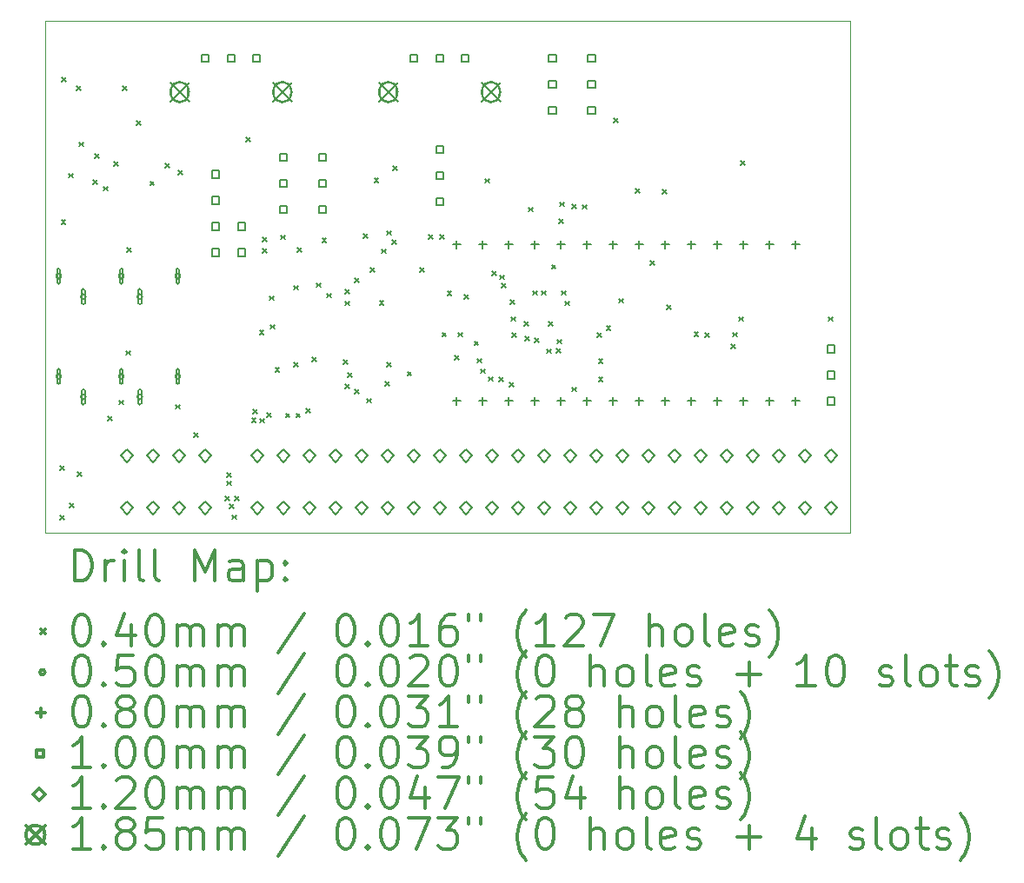
<source format=gbr>
%FSLAX45Y45*%
G04 Gerber Fmt 4.5, Leading zero omitted, Abs format (unit mm)*
G04 Created by KiCad (PCBNEW (5.1.9)-1) date 2021-06-11 01:10:35*
%MOMM*%
%LPD*%
G01*
G04 APERTURE LIST*
%TA.AperFunction,Profile*%
%ADD10C,0.050000*%
%TD*%
%ADD11C,0.200000*%
%ADD12C,0.300000*%
G04 APERTURE END LIST*
D10*
X13906500Y-7766050D02*
X13519150Y-7766050D01*
X13906500Y-7785100D02*
X13906500Y-7766050D01*
X13906500Y-12750800D02*
X13906500Y-7785100D01*
X6064250Y-7766050D02*
X13519150Y-7766050D01*
X6064250Y-8509000D02*
X6064250Y-7766050D01*
X6064250Y-12750800D02*
X6064250Y-8509000D01*
X6064250Y-12750800D02*
X13906500Y-12750800D01*
D11*
X6209600Y-12101900D02*
X6249600Y-12141900D01*
X6249600Y-12101900D02*
X6209600Y-12141900D01*
X6209600Y-12584500D02*
X6249600Y-12624500D01*
X6249600Y-12584500D02*
X6209600Y-12624500D01*
X6222200Y-9701700D02*
X6262200Y-9741700D01*
X6262200Y-9701700D02*
X6222200Y-9741700D01*
X6228400Y-8317550D02*
X6268400Y-8357550D01*
X6268400Y-8317550D02*
X6228400Y-8357550D01*
X6291900Y-9251000D02*
X6331900Y-9291000D01*
X6331900Y-9251000D02*
X6291900Y-9291000D01*
X6304600Y-12464100D02*
X6344600Y-12504100D01*
X6344600Y-12464100D02*
X6304600Y-12504100D01*
X6368100Y-8400100D02*
X6408100Y-8440100D01*
X6408100Y-8400100D02*
X6368100Y-8440100D01*
X6380800Y-12159300D02*
X6420800Y-12199300D01*
X6420800Y-12159300D02*
X6380800Y-12199300D01*
X6394400Y-8946200D02*
X6434400Y-8986200D01*
X6434400Y-8946200D02*
X6394400Y-8986200D01*
X6533200Y-9314500D02*
X6573200Y-9354500D01*
X6573200Y-9314500D02*
X6533200Y-9354500D01*
X6545900Y-9060500D02*
X6585900Y-9100500D01*
X6585900Y-9060500D02*
X6545900Y-9100500D01*
X6634800Y-9378000D02*
X6674800Y-9418000D01*
X6674800Y-9378000D02*
X6634800Y-9418000D01*
X6672900Y-11619550D02*
X6712900Y-11659550D01*
X6712900Y-11619550D02*
X6672900Y-11659550D01*
X6736400Y-9136700D02*
X6776400Y-9176700D01*
X6776400Y-9136700D02*
X6736400Y-9176700D01*
X6787200Y-11460800D02*
X6827200Y-11500800D01*
X6827200Y-11460800D02*
X6787200Y-11500800D01*
X6818950Y-8400100D02*
X6858950Y-8440100D01*
X6858950Y-8400100D02*
X6818950Y-8440100D01*
X6850700Y-10978200D02*
X6890700Y-11018200D01*
X6890700Y-10978200D02*
X6850700Y-11018200D01*
X6863400Y-9974900D02*
X6903400Y-10014900D01*
X6903400Y-9974900D02*
X6863400Y-10014900D01*
X6952300Y-8736650D02*
X6992300Y-8776650D01*
X6992300Y-8736650D02*
X6952300Y-8776650D01*
X7085650Y-9327200D02*
X7125650Y-9367200D01*
X7125650Y-9327200D02*
X7085650Y-9367200D01*
X7231700Y-9155750D02*
X7271700Y-9195750D01*
X7271700Y-9155750D02*
X7231700Y-9195750D01*
X7332667Y-11504617D02*
X7372667Y-11544617D01*
X7372667Y-11504617D02*
X7332667Y-11544617D01*
X7358700Y-9219250D02*
X7398700Y-9259250D01*
X7398700Y-9219250D02*
X7358700Y-9259250D01*
X7511100Y-11778300D02*
X7551100Y-11818300D01*
X7551100Y-11778300D02*
X7511100Y-11818300D01*
X7815900Y-12394250D02*
X7855900Y-12434250D01*
X7855900Y-12394250D02*
X7815900Y-12434250D01*
X7834950Y-12165650D02*
X7874950Y-12205650D01*
X7874950Y-12165650D02*
X7834950Y-12205650D01*
X7834950Y-12248200D02*
X7874950Y-12288200D01*
X7874950Y-12248200D02*
X7834950Y-12288200D01*
X7861620Y-12471720D02*
X7901620Y-12511720D01*
X7901620Y-12471720D02*
X7861620Y-12511720D01*
X7885750Y-12578400D02*
X7925750Y-12618400D01*
X7925750Y-12578400D02*
X7885750Y-12618400D01*
X7909880Y-12395520D02*
X7949880Y-12435520D01*
X7949880Y-12395520D02*
X7909880Y-12435520D01*
X8019100Y-8901750D02*
X8059100Y-8941750D01*
X8059100Y-8901750D02*
X8019100Y-8941750D01*
X8076250Y-11632250D02*
X8116250Y-11672250D01*
X8116250Y-11632250D02*
X8076250Y-11672250D01*
X8088950Y-11549700D02*
X8128950Y-11589700D01*
X8128950Y-11549700D02*
X8088950Y-11589700D01*
X8152450Y-10781350D02*
X8192450Y-10821350D01*
X8192450Y-10781350D02*
X8152450Y-10821350D01*
X8157900Y-11639500D02*
X8197900Y-11679500D01*
X8197900Y-11639500D02*
X8157900Y-11679500D01*
X8184200Y-9873300D02*
X8224200Y-9913300D01*
X8224200Y-9873300D02*
X8184200Y-9913300D01*
X8184200Y-9981643D02*
X8224200Y-10021643D01*
X8224200Y-9981643D02*
X8184200Y-10021643D01*
X8222300Y-11581450D02*
X8262300Y-11621450D01*
X8262300Y-11581450D02*
X8222300Y-11621450D01*
X8247700Y-10444800D02*
X8287700Y-10484800D01*
X8287700Y-10444800D02*
X8247700Y-10484800D01*
X8260400Y-10724200D02*
X8300400Y-10764200D01*
X8300400Y-10724200D02*
X8260400Y-10764200D01*
X8304850Y-11143300D02*
X8344850Y-11183300D01*
X8344850Y-11143300D02*
X8304850Y-11183300D01*
X8359460Y-9852980D02*
X8399460Y-9892980D01*
X8399460Y-9852980D02*
X8359460Y-9892980D01*
X8407429Y-11588779D02*
X8447429Y-11628779D01*
X8447429Y-11588779D02*
X8407429Y-11628779D01*
X8489000Y-10343200D02*
X8529000Y-10383200D01*
X8529000Y-10343200D02*
X8489000Y-10383200D01*
X8489000Y-11092500D02*
X8529000Y-11132500D01*
X8529000Y-11092500D02*
X8489000Y-11132500D01*
X8508050Y-11587800D02*
X8548050Y-11627800D01*
X8548050Y-11587800D02*
X8508050Y-11627800D01*
X8522020Y-9977440D02*
X8562020Y-10017440D01*
X8562020Y-9977440D02*
X8522020Y-10017440D01*
X8603300Y-11543350D02*
X8643300Y-11583350D01*
X8643300Y-11543350D02*
X8603300Y-11583350D01*
X8667721Y-11042621D02*
X8707721Y-11082621D01*
X8707721Y-11042621D02*
X8667721Y-11082621D01*
X8704900Y-10317800D02*
X8744900Y-10357800D01*
X8744900Y-10317800D02*
X8704900Y-10357800D01*
X8762050Y-9879650D02*
X8802050Y-9919650D01*
X8802050Y-9879650D02*
X8762050Y-9919650D01*
X8806500Y-10419400D02*
X8846500Y-10459400D01*
X8846500Y-10419400D02*
X8806500Y-10459400D01*
X8970700Y-11068000D02*
X9010700Y-11108000D01*
X9010700Y-11068000D02*
X8970700Y-11108000D01*
X8984300Y-10381300D02*
X9024300Y-10421300D01*
X9024300Y-10381300D02*
X8984300Y-10421300D01*
X8984300Y-10495600D02*
X9024300Y-10535600D01*
X9024300Y-10495600D02*
X8984300Y-10535600D01*
X8989550Y-11303150D02*
X9029550Y-11343150D01*
X9029550Y-11303150D02*
X8989550Y-11343150D01*
X9009700Y-11194100D02*
X9049700Y-11234100D01*
X9049700Y-11194100D02*
X9009700Y-11234100D01*
X9079550Y-10273350D02*
X9119550Y-10313350D01*
X9119550Y-10273350D02*
X9079550Y-10313350D01*
X9079550Y-11352850D02*
X9119550Y-11392850D01*
X9119550Y-11352850D02*
X9079550Y-11392850D01*
X9162100Y-9841550D02*
X9202100Y-9881550D01*
X9202100Y-9841550D02*
X9162100Y-9881550D01*
X9200200Y-11444925D02*
X9240200Y-11484925D01*
X9240200Y-11444925D02*
X9200200Y-11484925D01*
X9231950Y-10171750D02*
X9271950Y-10211750D01*
X9271950Y-10171750D02*
X9231950Y-10211750D01*
X9270050Y-9295450D02*
X9310050Y-9335450D01*
X9310050Y-9295450D02*
X9270050Y-9335450D01*
X9320850Y-10489250D02*
X9360850Y-10529250D01*
X9360850Y-10489250D02*
X9320850Y-10529250D01*
X9339900Y-9987600D02*
X9379900Y-10027600D01*
X9379900Y-9987600D02*
X9339900Y-10027600D01*
X9375460Y-11277920D02*
X9415460Y-11317920D01*
X9415460Y-11277920D02*
X9375460Y-11317920D01*
X9390700Y-9809800D02*
X9430700Y-9849800D01*
X9430700Y-9809800D02*
X9390700Y-9849800D01*
X9390700Y-11092500D02*
X9430700Y-11132500D01*
X9430700Y-11092500D02*
X9390700Y-11132500D01*
X9441500Y-9898700D02*
X9481500Y-9938700D01*
X9481500Y-9898700D02*
X9441500Y-9938700D01*
X9454200Y-9181150D02*
X9494200Y-9221150D01*
X9494200Y-9181150D02*
X9454200Y-9221150D01*
X9592300Y-11181400D02*
X9632300Y-11221400D01*
X9632300Y-11181400D02*
X9592300Y-11221400D01*
X9714550Y-10171750D02*
X9754550Y-10211750D01*
X9754550Y-10171750D02*
X9714550Y-10211750D01*
X9797100Y-9847900D02*
X9837100Y-9887900D01*
X9837100Y-9847900D02*
X9797100Y-9887900D01*
X9911400Y-9847900D02*
X9951400Y-9887900D01*
X9951400Y-9847900D02*
X9911400Y-9887900D01*
X9930450Y-10800400D02*
X9970450Y-10840400D01*
X9970450Y-10800400D02*
X9930450Y-10840400D01*
X9981250Y-10400350D02*
X10021250Y-10440350D01*
X10021250Y-10400350D02*
X9981250Y-10440350D01*
X10051100Y-11022650D02*
X10091100Y-11062650D01*
X10091100Y-11022650D02*
X10051100Y-11062650D01*
X10089200Y-10800400D02*
X10129200Y-10840400D01*
X10129200Y-10800400D02*
X10089200Y-10840400D01*
X10146350Y-10432100D02*
X10186350Y-10472100D01*
X10186350Y-10432100D02*
X10146350Y-10472100D01*
X10244800Y-10886100D02*
X10284800Y-10926100D01*
X10284800Y-10886100D02*
X10244800Y-10926100D01*
X10273350Y-11054400D02*
X10313350Y-11094400D01*
X10313350Y-11054400D02*
X10273350Y-11094400D01*
X10305100Y-11156000D02*
X10345100Y-11196000D01*
X10345100Y-11156000D02*
X10305100Y-11196000D01*
X10349550Y-9301800D02*
X10389550Y-9341800D01*
X10389550Y-9301800D02*
X10349550Y-9341800D01*
X10381300Y-11232200D02*
X10421300Y-11272200D01*
X10421300Y-11232200D02*
X10381300Y-11272200D01*
X10419400Y-10203500D02*
X10459400Y-10243500D01*
X10459400Y-10203500D02*
X10419400Y-10243500D01*
X10482900Y-11238550D02*
X10522900Y-11278550D01*
X10522900Y-11238550D02*
X10482900Y-11278550D01*
X10494700Y-10241600D02*
X10534700Y-10281600D01*
X10534700Y-10241600D02*
X10494700Y-10281600D01*
X10508300Y-10324150D02*
X10548300Y-10364150D01*
X10548300Y-10324150D02*
X10508300Y-10364150D01*
X10584500Y-11289350D02*
X10624500Y-11329350D01*
X10624500Y-11289350D02*
X10584500Y-11329350D01*
X10597200Y-10486100D02*
X10637200Y-10526100D01*
X10637200Y-10486100D02*
X10597200Y-10526100D01*
X10603550Y-10648000D02*
X10643550Y-10688000D01*
X10643550Y-10648000D02*
X10603550Y-10688000D01*
X10609900Y-10806750D02*
X10649900Y-10846750D01*
X10649900Y-10806750D02*
X10609900Y-10846750D01*
X10730550Y-10693603D02*
X10770550Y-10733603D01*
X10770550Y-10693603D02*
X10730550Y-10733603D01*
X10736900Y-10838500D02*
X10776900Y-10878500D01*
X10776900Y-10838500D02*
X10736900Y-10878500D01*
X10775000Y-9581200D02*
X10815000Y-9621200D01*
X10815000Y-9581200D02*
X10775000Y-9621200D01*
X10813100Y-10394000D02*
X10853100Y-10434000D01*
X10853100Y-10394000D02*
X10813100Y-10434000D01*
X10832150Y-10857550D02*
X10872150Y-10897550D01*
X10872150Y-10857550D02*
X10832150Y-10897550D01*
X10902000Y-10394000D02*
X10942000Y-10434000D01*
X10942000Y-10394000D02*
X10902000Y-10434000D01*
X10952800Y-10961040D02*
X10992800Y-11001040D01*
X10992800Y-10961040D02*
X10952800Y-11001040D01*
X10970697Y-10693603D02*
X11010697Y-10733603D01*
X11010697Y-10693603D02*
X10970697Y-10733603D01*
X10997250Y-10140000D02*
X11037250Y-10180000D01*
X11037250Y-10140000D02*
X10997250Y-10180000D01*
X11045510Y-10959150D02*
X11085510Y-10999150D01*
X11085510Y-10959150D02*
X11045510Y-10999150D01*
X11049986Y-10868314D02*
X11089986Y-10908314D01*
X11089986Y-10868314D02*
X11049986Y-10908314D01*
X11067100Y-9695500D02*
X11107100Y-9735500D01*
X11107100Y-9695500D02*
X11067100Y-9735500D01*
X11079800Y-9530400D02*
X11119800Y-9570400D01*
X11119800Y-9530400D02*
X11079800Y-9570400D01*
X11092500Y-10394000D02*
X11132500Y-10434000D01*
X11132500Y-10394000D02*
X11092500Y-10434000D01*
X11130600Y-10495600D02*
X11170600Y-10535600D01*
X11170600Y-10495600D02*
X11130600Y-10535600D01*
X11194100Y-9549450D02*
X11234100Y-9589450D01*
X11234100Y-9549450D02*
X11194100Y-9589450D01*
X11194100Y-11333800D02*
X11234100Y-11373800D01*
X11234100Y-11333800D02*
X11194100Y-11373800D01*
X11295700Y-9555800D02*
X11335700Y-9595800D01*
X11335700Y-9555800D02*
X11295700Y-9595800D01*
X11441750Y-10806750D02*
X11481750Y-10846750D01*
X11481750Y-10806750D02*
X11441750Y-10846750D01*
X11454000Y-11061200D02*
X11494000Y-11101200D01*
X11494000Y-11061200D02*
X11454000Y-11101200D01*
X11454450Y-11238550D02*
X11494450Y-11278550D01*
X11494450Y-11238550D02*
X11454450Y-11278550D01*
X11530650Y-10736900D02*
X11570650Y-10776900D01*
X11570650Y-10736900D02*
X11530650Y-10776900D01*
X11600500Y-8711250D02*
X11640500Y-8751250D01*
X11640500Y-8711250D02*
X11600500Y-8751250D01*
X11651300Y-10470200D02*
X11691300Y-10510200D01*
X11691300Y-10470200D02*
X11651300Y-10510200D01*
X11816400Y-9397050D02*
X11856400Y-9437050D01*
X11856400Y-9397050D02*
X11816400Y-9437050D01*
X11958700Y-10099300D02*
X11998700Y-10139300D01*
X11998700Y-10099300D02*
X11958700Y-10139300D01*
X12076750Y-9409750D02*
X12116750Y-9449750D01*
X12116750Y-9409750D02*
X12076750Y-9449750D01*
X12121200Y-10533700D02*
X12161200Y-10573700D01*
X12161200Y-10533700D02*
X12121200Y-10573700D01*
X12387000Y-10794950D02*
X12427000Y-10834950D01*
X12427000Y-10794950D02*
X12387000Y-10834950D01*
X12489500Y-10806750D02*
X12529500Y-10846750D01*
X12529500Y-10806750D02*
X12489500Y-10846750D01*
X12743500Y-10914700D02*
X12783500Y-10954700D01*
X12783500Y-10914700D02*
X12743500Y-10954700D01*
X12762550Y-10800400D02*
X12802550Y-10840400D01*
X12802550Y-10800400D02*
X12762550Y-10840400D01*
X12819700Y-10648000D02*
X12859700Y-10688000D01*
X12859700Y-10648000D02*
X12819700Y-10688000D01*
X12838750Y-9130350D02*
X12878750Y-9170350D01*
X12878750Y-9130350D02*
X12838750Y-9170350D01*
X13696000Y-10648000D02*
X13736000Y-10688000D01*
X13736000Y-10648000D02*
X13696000Y-10688000D01*
X6220340Y-10250500D02*
G75*
G03*
X6220340Y-10250500I-25000J0D01*
G01*
X6180340Y-10188000D02*
X6180340Y-10313000D01*
X6210340Y-10188000D02*
X6210340Y-10313000D01*
X6180340Y-10313000D02*
G75*
G03*
X6210340Y-10313000I15000J0D01*
G01*
X6210340Y-10188000D02*
G75*
G03*
X6180340Y-10188000I-15000J0D01*
G01*
X6220340Y-11228400D02*
G75*
G03*
X6220340Y-11228400I-25000J0D01*
G01*
X6180340Y-11165900D02*
X6180340Y-11290900D01*
X6210340Y-11165900D02*
X6210340Y-11290900D01*
X6180340Y-11290900D02*
G75*
G03*
X6210340Y-11290900I15000J0D01*
G01*
X6210340Y-11165900D02*
G75*
G03*
X6180340Y-11165900I-15000J0D01*
G01*
X6460340Y-10450500D02*
G75*
G03*
X6460340Y-10450500I-25000J0D01*
G01*
X6420340Y-10388000D02*
X6420340Y-10513000D01*
X6450340Y-10388000D02*
X6450340Y-10513000D01*
X6420340Y-10513000D02*
G75*
G03*
X6450340Y-10513000I15000J0D01*
G01*
X6450340Y-10388000D02*
G75*
G03*
X6420340Y-10388000I-15000J0D01*
G01*
X6460340Y-11428400D02*
G75*
G03*
X6460340Y-11428400I-25000J0D01*
G01*
X6420340Y-11365900D02*
X6420340Y-11490900D01*
X6450340Y-11365900D02*
X6450340Y-11490900D01*
X6420340Y-11490900D02*
G75*
G03*
X6450340Y-11490900I15000J0D01*
G01*
X6450340Y-11365900D02*
G75*
G03*
X6420340Y-11365900I-15000J0D01*
G01*
X6830340Y-10250500D02*
G75*
G03*
X6830340Y-10250500I-25000J0D01*
G01*
X6790340Y-10188000D02*
X6790340Y-10313000D01*
X6820340Y-10188000D02*
X6820340Y-10313000D01*
X6790340Y-10313000D02*
G75*
G03*
X6820340Y-10313000I15000J0D01*
G01*
X6820340Y-10188000D02*
G75*
G03*
X6790340Y-10188000I-15000J0D01*
G01*
X6830340Y-11228400D02*
G75*
G03*
X6830340Y-11228400I-25000J0D01*
G01*
X6790340Y-11165900D02*
X6790340Y-11290900D01*
X6820340Y-11165900D02*
X6820340Y-11290900D01*
X6790340Y-11290900D02*
G75*
G03*
X6820340Y-11290900I15000J0D01*
G01*
X6820340Y-11165900D02*
G75*
G03*
X6790340Y-11165900I-15000J0D01*
G01*
X7010340Y-10450500D02*
G75*
G03*
X7010340Y-10450500I-25000J0D01*
G01*
X6970340Y-10388000D02*
X6970340Y-10513000D01*
X7000340Y-10388000D02*
X7000340Y-10513000D01*
X6970340Y-10513000D02*
G75*
G03*
X7000340Y-10513000I15000J0D01*
G01*
X7000340Y-10388000D02*
G75*
G03*
X6970340Y-10388000I-15000J0D01*
G01*
X7010340Y-11428400D02*
G75*
G03*
X7010340Y-11428400I-25000J0D01*
G01*
X6970340Y-11365900D02*
X6970340Y-11490900D01*
X7000340Y-11365900D02*
X7000340Y-11490900D01*
X6970340Y-11490900D02*
G75*
G03*
X7000340Y-11490900I15000J0D01*
G01*
X7000340Y-11365900D02*
G75*
G03*
X6970340Y-11365900I-15000J0D01*
G01*
X7380340Y-10250500D02*
G75*
G03*
X7380340Y-10250500I-25000J0D01*
G01*
X7340340Y-10188000D02*
X7340340Y-10313000D01*
X7370340Y-10188000D02*
X7370340Y-10313000D01*
X7340340Y-10313000D02*
G75*
G03*
X7370340Y-10313000I15000J0D01*
G01*
X7370340Y-10188000D02*
G75*
G03*
X7340340Y-10188000I-15000J0D01*
G01*
X7380340Y-11228400D02*
G75*
G03*
X7380340Y-11228400I-25000J0D01*
G01*
X7340340Y-11165900D02*
X7340340Y-11290900D01*
X7370340Y-11165900D02*
X7370340Y-11290900D01*
X7340340Y-11290900D02*
G75*
G03*
X7370340Y-11290900I15000J0D01*
G01*
X7370340Y-11165900D02*
G75*
G03*
X7340340Y-11165900I-15000J0D01*
G01*
X10071100Y-9904100D02*
X10071100Y-9984100D01*
X10031100Y-9944100D02*
X10111100Y-9944100D01*
X10071100Y-11428100D02*
X10071100Y-11508100D01*
X10031100Y-11468100D02*
X10111100Y-11468100D01*
X10325100Y-9904100D02*
X10325100Y-9984100D01*
X10285100Y-9944100D02*
X10365100Y-9944100D01*
X10325100Y-11428100D02*
X10325100Y-11508100D01*
X10285100Y-11468100D02*
X10365100Y-11468100D01*
X10579100Y-9904100D02*
X10579100Y-9984100D01*
X10539100Y-9944100D02*
X10619100Y-9944100D01*
X10579100Y-11428100D02*
X10579100Y-11508100D01*
X10539100Y-11468100D02*
X10619100Y-11468100D01*
X10833100Y-9904100D02*
X10833100Y-9984100D01*
X10793100Y-9944100D02*
X10873100Y-9944100D01*
X10833100Y-11428100D02*
X10833100Y-11508100D01*
X10793100Y-11468100D02*
X10873100Y-11468100D01*
X11087100Y-9904100D02*
X11087100Y-9984100D01*
X11047100Y-9944100D02*
X11127100Y-9944100D01*
X11087100Y-11428100D02*
X11087100Y-11508100D01*
X11047100Y-11468100D02*
X11127100Y-11468100D01*
X11341100Y-9904100D02*
X11341100Y-9984100D01*
X11301100Y-9944100D02*
X11381100Y-9944100D01*
X11341100Y-11428100D02*
X11341100Y-11508100D01*
X11301100Y-11468100D02*
X11381100Y-11468100D01*
X11595100Y-9904100D02*
X11595100Y-9984100D01*
X11555100Y-9944100D02*
X11635100Y-9944100D01*
X11595100Y-11428100D02*
X11595100Y-11508100D01*
X11555100Y-11468100D02*
X11635100Y-11468100D01*
X11849100Y-9904100D02*
X11849100Y-9984100D01*
X11809100Y-9944100D02*
X11889100Y-9944100D01*
X11849100Y-11428100D02*
X11849100Y-11508100D01*
X11809100Y-11468100D02*
X11889100Y-11468100D01*
X12103100Y-9904100D02*
X12103100Y-9984100D01*
X12063100Y-9944100D02*
X12143100Y-9944100D01*
X12103100Y-11428100D02*
X12103100Y-11508100D01*
X12063100Y-11468100D02*
X12143100Y-11468100D01*
X12357100Y-9904100D02*
X12357100Y-9984100D01*
X12317100Y-9944100D02*
X12397100Y-9944100D01*
X12357100Y-11428100D02*
X12357100Y-11508100D01*
X12317100Y-11468100D02*
X12397100Y-11468100D01*
X12611100Y-9904100D02*
X12611100Y-9984100D01*
X12571100Y-9944100D02*
X12651100Y-9944100D01*
X12611100Y-11428100D02*
X12611100Y-11508100D01*
X12571100Y-11468100D02*
X12651100Y-11468100D01*
X12865100Y-9904100D02*
X12865100Y-9984100D01*
X12825100Y-9944100D02*
X12905100Y-9944100D01*
X12865100Y-11428100D02*
X12865100Y-11508100D01*
X12825100Y-11468100D02*
X12905100Y-11468100D01*
X13119100Y-9904100D02*
X13119100Y-9984100D01*
X13079100Y-9944100D02*
X13159100Y-9944100D01*
X13119100Y-11428100D02*
X13119100Y-11508100D01*
X13079100Y-11468100D02*
X13159100Y-11468100D01*
X13373100Y-9904100D02*
X13373100Y-9984100D01*
X13333100Y-9944100D02*
X13413100Y-9944100D01*
X13373100Y-11428100D02*
X13373100Y-11508100D01*
X13333100Y-11468100D02*
X13413100Y-11468100D01*
X7659356Y-8163356D02*
X7659356Y-8092644D01*
X7588644Y-8092644D01*
X7588644Y-8163356D01*
X7659356Y-8163356D01*
X7756956Y-9293656D02*
X7756956Y-9222944D01*
X7686244Y-9222944D01*
X7686244Y-9293656D01*
X7756956Y-9293656D01*
X7756956Y-9547656D02*
X7756956Y-9476944D01*
X7686244Y-9476944D01*
X7686244Y-9547656D01*
X7756956Y-9547656D01*
X7756956Y-9801656D02*
X7756956Y-9730944D01*
X7686244Y-9730944D01*
X7686244Y-9801656D01*
X7756956Y-9801656D01*
X7756956Y-10055656D02*
X7756956Y-9984944D01*
X7686244Y-9984944D01*
X7686244Y-10055656D01*
X7756956Y-10055656D01*
X7909356Y-8163356D02*
X7909356Y-8092644D01*
X7838644Y-8092644D01*
X7838644Y-8163356D01*
X7909356Y-8163356D01*
X8010956Y-9801656D02*
X8010956Y-9730944D01*
X7940244Y-9730944D01*
X7940244Y-9801656D01*
X8010956Y-9801656D01*
X8010956Y-10055656D02*
X8010956Y-9984944D01*
X7940244Y-9984944D01*
X7940244Y-10055656D01*
X8010956Y-10055656D01*
X8159356Y-8163356D02*
X8159356Y-8092644D01*
X8088644Y-8092644D01*
X8088644Y-8163356D01*
X8159356Y-8163356D01*
X8417356Y-9128556D02*
X8417356Y-9057844D01*
X8346644Y-9057844D01*
X8346644Y-9128556D01*
X8417356Y-9128556D01*
X8417356Y-9382556D02*
X8417356Y-9311844D01*
X8346644Y-9311844D01*
X8346644Y-9382556D01*
X8417356Y-9382556D01*
X8417356Y-9636556D02*
X8417356Y-9565844D01*
X8346644Y-9565844D01*
X8346644Y-9636556D01*
X8417356Y-9636556D01*
X8798356Y-9128556D02*
X8798356Y-9057844D01*
X8727644Y-9057844D01*
X8727644Y-9128556D01*
X8798356Y-9128556D01*
X8798356Y-9382556D02*
X8798356Y-9311844D01*
X8727644Y-9311844D01*
X8727644Y-9382556D01*
X8798356Y-9382556D01*
X8798356Y-9636556D02*
X8798356Y-9565844D01*
X8727644Y-9565844D01*
X8727644Y-9636556D01*
X8798356Y-9636556D01*
X9691356Y-8163356D02*
X9691356Y-8092644D01*
X9620644Y-8092644D01*
X9620644Y-8163356D01*
X9691356Y-8163356D01*
X9941356Y-8163356D02*
X9941356Y-8092644D01*
X9870644Y-8092644D01*
X9870644Y-8163356D01*
X9941356Y-8163356D01*
X9941356Y-9052356D02*
X9941356Y-8981644D01*
X9870644Y-8981644D01*
X9870644Y-9052356D01*
X9941356Y-9052356D01*
X9941356Y-9306356D02*
X9941356Y-9235644D01*
X9870644Y-9235644D01*
X9870644Y-9306356D01*
X9941356Y-9306356D01*
X9941356Y-9560356D02*
X9941356Y-9489644D01*
X9870644Y-9489644D01*
X9870644Y-9560356D01*
X9941356Y-9560356D01*
X10191356Y-8163356D02*
X10191356Y-8092644D01*
X10120644Y-8092644D01*
X10120644Y-8163356D01*
X10191356Y-8163356D01*
X11039906Y-8163356D02*
X11039906Y-8092644D01*
X10969194Y-8092644D01*
X10969194Y-8163356D01*
X11039906Y-8163356D01*
X11039906Y-8417356D02*
X11039906Y-8346644D01*
X10969194Y-8346644D01*
X10969194Y-8417356D01*
X11039906Y-8417356D01*
X11039906Y-8671356D02*
X11039906Y-8600644D01*
X10969194Y-8600644D01*
X10969194Y-8671356D01*
X11039906Y-8671356D01*
X11420906Y-8163356D02*
X11420906Y-8092644D01*
X11350194Y-8092644D01*
X11350194Y-8163356D01*
X11420906Y-8163356D01*
X11420906Y-8417356D02*
X11420906Y-8346644D01*
X11350194Y-8346644D01*
X11350194Y-8417356D01*
X11420906Y-8417356D01*
X11420906Y-8671356D02*
X11420906Y-8600644D01*
X11350194Y-8600644D01*
X11350194Y-8671356D01*
X11420906Y-8671356D01*
X13751356Y-10995456D02*
X13751356Y-10924744D01*
X13680644Y-10924744D01*
X13680644Y-10995456D01*
X13751356Y-10995456D01*
X13751356Y-11249456D02*
X13751356Y-11178744D01*
X13680644Y-11178744D01*
X13680644Y-11249456D01*
X13751356Y-11249456D01*
X13751356Y-11503456D02*
X13751356Y-11432744D01*
X13680644Y-11432744D01*
X13680644Y-11503456D01*
X13751356Y-11503456D01*
X6858000Y-12061500D02*
X6918000Y-12001500D01*
X6858000Y-11941500D01*
X6798000Y-12001500D01*
X6858000Y-12061500D01*
X6858000Y-12569500D02*
X6918000Y-12509500D01*
X6858000Y-12449500D01*
X6798000Y-12509500D01*
X6858000Y-12569500D01*
X7112000Y-12061500D02*
X7172000Y-12001500D01*
X7112000Y-11941500D01*
X7052000Y-12001500D01*
X7112000Y-12061500D01*
X7112000Y-12569500D02*
X7172000Y-12509500D01*
X7112000Y-12449500D01*
X7052000Y-12509500D01*
X7112000Y-12569500D01*
X7366000Y-12061500D02*
X7426000Y-12001500D01*
X7366000Y-11941500D01*
X7306000Y-12001500D01*
X7366000Y-12061500D01*
X7366000Y-12569500D02*
X7426000Y-12509500D01*
X7366000Y-12449500D01*
X7306000Y-12509500D01*
X7366000Y-12569500D01*
X7620000Y-12061500D02*
X7680000Y-12001500D01*
X7620000Y-11941500D01*
X7560000Y-12001500D01*
X7620000Y-12061500D01*
X7620000Y-12569500D02*
X7680000Y-12509500D01*
X7620000Y-12449500D01*
X7560000Y-12509500D01*
X7620000Y-12569500D01*
X8128000Y-12061500D02*
X8188000Y-12001500D01*
X8128000Y-11941500D01*
X8068000Y-12001500D01*
X8128000Y-12061500D01*
X8128000Y-12569500D02*
X8188000Y-12509500D01*
X8128000Y-12449500D01*
X8068000Y-12509500D01*
X8128000Y-12569500D01*
X8382000Y-12061500D02*
X8442000Y-12001500D01*
X8382000Y-11941500D01*
X8322000Y-12001500D01*
X8382000Y-12061500D01*
X8382000Y-12569500D02*
X8442000Y-12509500D01*
X8382000Y-12449500D01*
X8322000Y-12509500D01*
X8382000Y-12569500D01*
X8636000Y-12061500D02*
X8696000Y-12001500D01*
X8636000Y-11941500D01*
X8576000Y-12001500D01*
X8636000Y-12061500D01*
X8636000Y-12569500D02*
X8696000Y-12509500D01*
X8636000Y-12449500D01*
X8576000Y-12509500D01*
X8636000Y-12569500D01*
X8890000Y-12061500D02*
X8950000Y-12001500D01*
X8890000Y-11941500D01*
X8830000Y-12001500D01*
X8890000Y-12061500D01*
X8890000Y-12569500D02*
X8950000Y-12509500D01*
X8890000Y-12449500D01*
X8830000Y-12509500D01*
X8890000Y-12569500D01*
X9144000Y-12061500D02*
X9204000Y-12001500D01*
X9144000Y-11941500D01*
X9084000Y-12001500D01*
X9144000Y-12061500D01*
X9144000Y-12569500D02*
X9204000Y-12509500D01*
X9144000Y-12449500D01*
X9084000Y-12509500D01*
X9144000Y-12569500D01*
X9398000Y-12061500D02*
X9458000Y-12001500D01*
X9398000Y-11941500D01*
X9338000Y-12001500D01*
X9398000Y-12061500D01*
X9398000Y-12569500D02*
X9458000Y-12509500D01*
X9398000Y-12449500D01*
X9338000Y-12509500D01*
X9398000Y-12569500D01*
X9652000Y-12061500D02*
X9712000Y-12001500D01*
X9652000Y-11941500D01*
X9592000Y-12001500D01*
X9652000Y-12061500D01*
X9652000Y-12569500D02*
X9712000Y-12509500D01*
X9652000Y-12449500D01*
X9592000Y-12509500D01*
X9652000Y-12569500D01*
X9906000Y-12061500D02*
X9966000Y-12001500D01*
X9906000Y-11941500D01*
X9846000Y-12001500D01*
X9906000Y-12061500D01*
X9906000Y-12569500D02*
X9966000Y-12509500D01*
X9906000Y-12449500D01*
X9846000Y-12509500D01*
X9906000Y-12569500D01*
X10160000Y-12061500D02*
X10220000Y-12001500D01*
X10160000Y-11941500D01*
X10100000Y-12001500D01*
X10160000Y-12061500D01*
X10160000Y-12569500D02*
X10220000Y-12509500D01*
X10160000Y-12449500D01*
X10100000Y-12509500D01*
X10160000Y-12569500D01*
X10414000Y-12061500D02*
X10474000Y-12001500D01*
X10414000Y-11941500D01*
X10354000Y-12001500D01*
X10414000Y-12061500D01*
X10414000Y-12569500D02*
X10474000Y-12509500D01*
X10414000Y-12449500D01*
X10354000Y-12509500D01*
X10414000Y-12569500D01*
X10668000Y-12061500D02*
X10728000Y-12001500D01*
X10668000Y-11941500D01*
X10608000Y-12001500D01*
X10668000Y-12061500D01*
X10668000Y-12569500D02*
X10728000Y-12509500D01*
X10668000Y-12449500D01*
X10608000Y-12509500D01*
X10668000Y-12569500D01*
X10922000Y-12061500D02*
X10982000Y-12001500D01*
X10922000Y-11941500D01*
X10862000Y-12001500D01*
X10922000Y-12061500D01*
X10922000Y-12569500D02*
X10982000Y-12509500D01*
X10922000Y-12449500D01*
X10862000Y-12509500D01*
X10922000Y-12569500D01*
X11176000Y-12061500D02*
X11236000Y-12001500D01*
X11176000Y-11941500D01*
X11116000Y-12001500D01*
X11176000Y-12061500D01*
X11176000Y-12569500D02*
X11236000Y-12509500D01*
X11176000Y-12449500D01*
X11116000Y-12509500D01*
X11176000Y-12569500D01*
X11430000Y-12061500D02*
X11490000Y-12001500D01*
X11430000Y-11941500D01*
X11370000Y-12001500D01*
X11430000Y-12061500D01*
X11430000Y-12569500D02*
X11490000Y-12509500D01*
X11430000Y-12449500D01*
X11370000Y-12509500D01*
X11430000Y-12569500D01*
X11684000Y-12061500D02*
X11744000Y-12001500D01*
X11684000Y-11941500D01*
X11624000Y-12001500D01*
X11684000Y-12061500D01*
X11684000Y-12569500D02*
X11744000Y-12509500D01*
X11684000Y-12449500D01*
X11624000Y-12509500D01*
X11684000Y-12569500D01*
X11938000Y-12061500D02*
X11998000Y-12001500D01*
X11938000Y-11941500D01*
X11878000Y-12001500D01*
X11938000Y-12061500D01*
X11938000Y-12569500D02*
X11998000Y-12509500D01*
X11938000Y-12449500D01*
X11878000Y-12509500D01*
X11938000Y-12569500D01*
X12192000Y-12061500D02*
X12252000Y-12001500D01*
X12192000Y-11941500D01*
X12132000Y-12001500D01*
X12192000Y-12061500D01*
X12192000Y-12569500D02*
X12252000Y-12509500D01*
X12192000Y-12449500D01*
X12132000Y-12509500D01*
X12192000Y-12569500D01*
X12446000Y-12061500D02*
X12506000Y-12001500D01*
X12446000Y-11941500D01*
X12386000Y-12001500D01*
X12446000Y-12061500D01*
X12446000Y-12569500D02*
X12506000Y-12509500D01*
X12446000Y-12449500D01*
X12386000Y-12509500D01*
X12446000Y-12569500D01*
X12700000Y-12061500D02*
X12760000Y-12001500D01*
X12700000Y-11941500D01*
X12640000Y-12001500D01*
X12700000Y-12061500D01*
X12700000Y-12569500D02*
X12760000Y-12509500D01*
X12700000Y-12449500D01*
X12640000Y-12509500D01*
X12700000Y-12569500D01*
X12954000Y-12061500D02*
X13014000Y-12001500D01*
X12954000Y-11941500D01*
X12894000Y-12001500D01*
X12954000Y-12061500D01*
X12954000Y-12569500D02*
X13014000Y-12509500D01*
X12954000Y-12449500D01*
X12894000Y-12509500D01*
X12954000Y-12569500D01*
X13208000Y-12061500D02*
X13268000Y-12001500D01*
X13208000Y-11941500D01*
X13148000Y-12001500D01*
X13208000Y-12061500D01*
X13208000Y-12569500D02*
X13268000Y-12509500D01*
X13208000Y-12449500D01*
X13148000Y-12509500D01*
X13208000Y-12569500D01*
X13462000Y-12061500D02*
X13522000Y-12001500D01*
X13462000Y-11941500D01*
X13402000Y-12001500D01*
X13462000Y-12061500D01*
X13462000Y-12569500D02*
X13522000Y-12509500D01*
X13462000Y-12449500D01*
X13402000Y-12509500D01*
X13462000Y-12569500D01*
X13716000Y-12061500D02*
X13776000Y-12001500D01*
X13716000Y-11941500D01*
X13656000Y-12001500D01*
X13716000Y-12061500D01*
X13716000Y-12569500D02*
X13776000Y-12509500D01*
X13716000Y-12449500D01*
X13656000Y-12509500D01*
X13716000Y-12569500D01*
X7281500Y-8365500D02*
X7466500Y-8550500D01*
X7466500Y-8365500D02*
X7281500Y-8550500D01*
X7466500Y-8458000D02*
G75*
G03*
X7466500Y-8458000I-92500J0D01*
G01*
X7456500Y-8478000D02*
X7456500Y-8438000D01*
X7291500Y-8478000D02*
X7291500Y-8438000D01*
X7456500Y-8438000D02*
G75*
G03*
X7291500Y-8438000I-82500J0D01*
G01*
X7291500Y-8478000D02*
G75*
G03*
X7456500Y-8478000I82500J0D01*
G01*
X8281500Y-8365500D02*
X8466500Y-8550500D01*
X8466500Y-8365500D02*
X8281500Y-8550500D01*
X8466500Y-8458000D02*
G75*
G03*
X8466500Y-8458000I-92500J0D01*
G01*
X8456500Y-8478000D02*
X8456500Y-8438000D01*
X8291500Y-8478000D02*
X8291500Y-8438000D01*
X8456500Y-8438000D02*
G75*
G03*
X8291500Y-8438000I-82500J0D01*
G01*
X8291500Y-8478000D02*
G75*
G03*
X8456500Y-8478000I82500J0D01*
G01*
X9313500Y-8365500D02*
X9498500Y-8550500D01*
X9498500Y-8365500D02*
X9313500Y-8550500D01*
X9498500Y-8458000D02*
G75*
G03*
X9498500Y-8458000I-92500J0D01*
G01*
X9488500Y-8478000D02*
X9488500Y-8438000D01*
X9323500Y-8478000D02*
X9323500Y-8438000D01*
X9488500Y-8438000D02*
G75*
G03*
X9323500Y-8438000I-82500J0D01*
G01*
X9323500Y-8478000D02*
G75*
G03*
X9488500Y-8478000I82500J0D01*
G01*
X10313500Y-8365500D02*
X10498500Y-8550500D01*
X10498500Y-8365500D02*
X10313500Y-8550500D01*
X10498500Y-8458000D02*
G75*
G03*
X10498500Y-8458000I-92500J0D01*
G01*
X10488500Y-8478000D02*
X10488500Y-8438000D01*
X10323500Y-8478000D02*
X10323500Y-8438000D01*
X10488500Y-8438000D02*
G75*
G03*
X10323500Y-8438000I-82500J0D01*
G01*
X10323500Y-8478000D02*
G75*
G03*
X10488500Y-8478000I82500J0D01*
G01*
D12*
X6348178Y-13219014D02*
X6348178Y-12919014D01*
X6419607Y-12919014D01*
X6462464Y-12933300D01*
X6491036Y-12961871D01*
X6505321Y-12990443D01*
X6519607Y-13047586D01*
X6519607Y-13090443D01*
X6505321Y-13147586D01*
X6491036Y-13176157D01*
X6462464Y-13204729D01*
X6419607Y-13219014D01*
X6348178Y-13219014D01*
X6648178Y-13219014D02*
X6648178Y-13019014D01*
X6648178Y-13076157D02*
X6662464Y-13047586D01*
X6676750Y-13033300D01*
X6705321Y-13019014D01*
X6733893Y-13019014D01*
X6833893Y-13219014D02*
X6833893Y-13019014D01*
X6833893Y-12919014D02*
X6819607Y-12933300D01*
X6833893Y-12947586D01*
X6848178Y-12933300D01*
X6833893Y-12919014D01*
X6833893Y-12947586D01*
X7019607Y-13219014D02*
X6991036Y-13204729D01*
X6976750Y-13176157D01*
X6976750Y-12919014D01*
X7176750Y-13219014D02*
X7148178Y-13204729D01*
X7133893Y-13176157D01*
X7133893Y-12919014D01*
X7519607Y-13219014D02*
X7519607Y-12919014D01*
X7619607Y-13133300D01*
X7719607Y-12919014D01*
X7719607Y-13219014D01*
X7991036Y-13219014D02*
X7991036Y-13061871D01*
X7976750Y-13033300D01*
X7948178Y-13019014D01*
X7891036Y-13019014D01*
X7862464Y-13033300D01*
X7991036Y-13204729D02*
X7962464Y-13219014D01*
X7891036Y-13219014D01*
X7862464Y-13204729D01*
X7848178Y-13176157D01*
X7848178Y-13147586D01*
X7862464Y-13119014D01*
X7891036Y-13104729D01*
X7962464Y-13104729D01*
X7991036Y-13090443D01*
X8133893Y-13019014D02*
X8133893Y-13319014D01*
X8133893Y-13033300D02*
X8162464Y-13019014D01*
X8219607Y-13019014D01*
X8248178Y-13033300D01*
X8262464Y-13047586D01*
X8276750Y-13076157D01*
X8276750Y-13161871D01*
X8262464Y-13190443D01*
X8248178Y-13204729D01*
X8219607Y-13219014D01*
X8162464Y-13219014D01*
X8133893Y-13204729D01*
X8405321Y-13190443D02*
X8419607Y-13204729D01*
X8405321Y-13219014D01*
X8391036Y-13204729D01*
X8405321Y-13190443D01*
X8405321Y-13219014D01*
X8405321Y-13033300D02*
X8419607Y-13047586D01*
X8405321Y-13061871D01*
X8391036Y-13047586D01*
X8405321Y-13033300D01*
X8405321Y-13061871D01*
X6021750Y-13693300D02*
X6061750Y-13733300D01*
X6061750Y-13693300D02*
X6021750Y-13733300D01*
X6405321Y-13549014D02*
X6433893Y-13549014D01*
X6462464Y-13563300D01*
X6476750Y-13577586D01*
X6491036Y-13606157D01*
X6505321Y-13663300D01*
X6505321Y-13734729D01*
X6491036Y-13791871D01*
X6476750Y-13820443D01*
X6462464Y-13834729D01*
X6433893Y-13849014D01*
X6405321Y-13849014D01*
X6376750Y-13834729D01*
X6362464Y-13820443D01*
X6348178Y-13791871D01*
X6333893Y-13734729D01*
X6333893Y-13663300D01*
X6348178Y-13606157D01*
X6362464Y-13577586D01*
X6376750Y-13563300D01*
X6405321Y-13549014D01*
X6633893Y-13820443D02*
X6648178Y-13834729D01*
X6633893Y-13849014D01*
X6619607Y-13834729D01*
X6633893Y-13820443D01*
X6633893Y-13849014D01*
X6905321Y-13649014D02*
X6905321Y-13849014D01*
X6833893Y-13534729D02*
X6762464Y-13749014D01*
X6948178Y-13749014D01*
X7119607Y-13549014D02*
X7148178Y-13549014D01*
X7176750Y-13563300D01*
X7191036Y-13577586D01*
X7205321Y-13606157D01*
X7219607Y-13663300D01*
X7219607Y-13734729D01*
X7205321Y-13791871D01*
X7191036Y-13820443D01*
X7176750Y-13834729D01*
X7148178Y-13849014D01*
X7119607Y-13849014D01*
X7091036Y-13834729D01*
X7076750Y-13820443D01*
X7062464Y-13791871D01*
X7048178Y-13734729D01*
X7048178Y-13663300D01*
X7062464Y-13606157D01*
X7076750Y-13577586D01*
X7091036Y-13563300D01*
X7119607Y-13549014D01*
X7348178Y-13849014D02*
X7348178Y-13649014D01*
X7348178Y-13677586D02*
X7362464Y-13663300D01*
X7391036Y-13649014D01*
X7433893Y-13649014D01*
X7462464Y-13663300D01*
X7476750Y-13691871D01*
X7476750Y-13849014D01*
X7476750Y-13691871D02*
X7491036Y-13663300D01*
X7519607Y-13649014D01*
X7562464Y-13649014D01*
X7591036Y-13663300D01*
X7605321Y-13691871D01*
X7605321Y-13849014D01*
X7748178Y-13849014D02*
X7748178Y-13649014D01*
X7748178Y-13677586D02*
X7762464Y-13663300D01*
X7791036Y-13649014D01*
X7833893Y-13649014D01*
X7862464Y-13663300D01*
X7876750Y-13691871D01*
X7876750Y-13849014D01*
X7876750Y-13691871D02*
X7891036Y-13663300D01*
X7919607Y-13649014D01*
X7962464Y-13649014D01*
X7991036Y-13663300D01*
X8005321Y-13691871D01*
X8005321Y-13849014D01*
X8591036Y-13534729D02*
X8333893Y-13920443D01*
X8976750Y-13549014D02*
X9005321Y-13549014D01*
X9033893Y-13563300D01*
X9048178Y-13577586D01*
X9062464Y-13606157D01*
X9076750Y-13663300D01*
X9076750Y-13734729D01*
X9062464Y-13791871D01*
X9048178Y-13820443D01*
X9033893Y-13834729D01*
X9005321Y-13849014D01*
X8976750Y-13849014D01*
X8948178Y-13834729D01*
X8933893Y-13820443D01*
X8919607Y-13791871D01*
X8905321Y-13734729D01*
X8905321Y-13663300D01*
X8919607Y-13606157D01*
X8933893Y-13577586D01*
X8948178Y-13563300D01*
X8976750Y-13549014D01*
X9205321Y-13820443D02*
X9219607Y-13834729D01*
X9205321Y-13849014D01*
X9191036Y-13834729D01*
X9205321Y-13820443D01*
X9205321Y-13849014D01*
X9405321Y-13549014D02*
X9433893Y-13549014D01*
X9462464Y-13563300D01*
X9476750Y-13577586D01*
X9491036Y-13606157D01*
X9505321Y-13663300D01*
X9505321Y-13734729D01*
X9491036Y-13791871D01*
X9476750Y-13820443D01*
X9462464Y-13834729D01*
X9433893Y-13849014D01*
X9405321Y-13849014D01*
X9376750Y-13834729D01*
X9362464Y-13820443D01*
X9348178Y-13791871D01*
X9333893Y-13734729D01*
X9333893Y-13663300D01*
X9348178Y-13606157D01*
X9362464Y-13577586D01*
X9376750Y-13563300D01*
X9405321Y-13549014D01*
X9791036Y-13849014D02*
X9619607Y-13849014D01*
X9705321Y-13849014D02*
X9705321Y-13549014D01*
X9676750Y-13591871D01*
X9648178Y-13620443D01*
X9619607Y-13634729D01*
X10048178Y-13549014D02*
X9991036Y-13549014D01*
X9962464Y-13563300D01*
X9948178Y-13577586D01*
X9919607Y-13620443D01*
X9905321Y-13677586D01*
X9905321Y-13791871D01*
X9919607Y-13820443D01*
X9933893Y-13834729D01*
X9962464Y-13849014D01*
X10019607Y-13849014D01*
X10048178Y-13834729D01*
X10062464Y-13820443D01*
X10076750Y-13791871D01*
X10076750Y-13720443D01*
X10062464Y-13691871D01*
X10048178Y-13677586D01*
X10019607Y-13663300D01*
X9962464Y-13663300D01*
X9933893Y-13677586D01*
X9919607Y-13691871D01*
X9905321Y-13720443D01*
X10191036Y-13549014D02*
X10191036Y-13606157D01*
X10305321Y-13549014D02*
X10305321Y-13606157D01*
X10748178Y-13963300D02*
X10733893Y-13949014D01*
X10705321Y-13906157D01*
X10691036Y-13877586D01*
X10676750Y-13834729D01*
X10662464Y-13763300D01*
X10662464Y-13706157D01*
X10676750Y-13634729D01*
X10691036Y-13591871D01*
X10705321Y-13563300D01*
X10733893Y-13520443D01*
X10748178Y-13506157D01*
X11019607Y-13849014D02*
X10848178Y-13849014D01*
X10933893Y-13849014D02*
X10933893Y-13549014D01*
X10905321Y-13591871D01*
X10876750Y-13620443D01*
X10848178Y-13634729D01*
X11133893Y-13577586D02*
X11148178Y-13563300D01*
X11176750Y-13549014D01*
X11248178Y-13549014D01*
X11276750Y-13563300D01*
X11291036Y-13577586D01*
X11305321Y-13606157D01*
X11305321Y-13634729D01*
X11291036Y-13677586D01*
X11119607Y-13849014D01*
X11305321Y-13849014D01*
X11405321Y-13549014D02*
X11605321Y-13549014D01*
X11476750Y-13849014D01*
X11948178Y-13849014D02*
X11948178Y-13549014D01*
X12076750Y-13849014D02*
X12076750Y-13691871D01*
X12062464Y-13663300D01*
X12033893Y-13649014D01*
X11991036Y-13649014D01*
X11962464Y-13663300D01*
X11948178Y-13677586D01*
X12262464Y-13849014D02*
X12233893Y-13834729D01*
X12219607Y-13820443D01*
X12205321Y-13791871D01*
X12205321Y-13706157D01*
X12219607Y-13677586D01*
X12233893Y-13663300D01*
X12262464Y-13649014D01*
X12305321Y-13649014D01*
X12333893Y-13663300D01*
X12348178Y-13677586D01*
X12362464Y-13706157D01*
X12362464Y-13791871D01*
X12348178Y-13820443D01*
X12333893Y-13834729D01*
X12305321Y-13849014D01*
X12262464Y-13849014D01*
X12533893Y-13849014D02*
X12505321Y-13834729D01*
X12491036Y-13806157D01*
X12491036Y-13549014D01*
X12762464Y-13834729D02*
X12733893Y-13849014D01*
X12676750Y-13849014D01*
X12648178Y-13834729D01*
X12633893Y-13806157D01*
X12633893Y-13691871D01*
X12648178Y-13663300D01*
X12676750Y-13649014D01*
X12733893Y-13649014D01*
X12762464Y-13663300D01*
X12776750Y-13691871D01*
X12776750Y-13720443D01*
X12633893Y-13749014D01*
X12891036Y-13834729D02*
X12919607Y-13849014D01*
X12976750Y-13849014D01*
X13005321Y-13834729D01*
X13019607Y-13806157D01*
X13019607Y-13791871D01*
X13005321Y-13763300D01*
X12976750Y-13749014D01*
X12933893Y-13749014D01*
X12905321Y-13734729D01*
X12891036Y-13706157D01*
X12891036Y-13691871D01*
X12905321Y-13663300D01*
X12933893Y-13649014D01*
X12976750Y-13649014D01*
X13005321Y-13663300D01*
X13119607Y-13963300D02*
X13133893Y-13949014D01*
X13162464Y-13906157D01*
X13176750Y-13877586D01*
X13191036Y-13834729D01*
X13205321Y-13763300D01*
X13205321Y-13706157D01*
X13191036Y-13634729D01*
X13176750Y-13591871D01*
X13162464Y-13563300D01*
X13133893Y-13520443D01*
X13119607Y-13506157D01*
X6061750Y-14109300D02*
G75*
G03*
X6061750Y-14109300I-25000J0D01*
G01*
X6405321Y-13945014D02*
X6433893Y-13945014D01*
X6462464Y-13959300D01*
X6476750Y-13973586D01*
X6491036Y-14002157D01*
X6505321Y-14059300D01*
X6505321Y-14130729D01*
X6491036Y-14187871D01*
X6476750Y-14216443D01*
X6462464Y-14230729D01*
X6433893Y-14245014D01*
X6405321Y-14245014D01*
X6376750Y-14230729D01*
X6362464Y-14216443D01*
X6348178Y-14187871D01*
X6333893Y-14130729D01*
X6333893Y-14059300D01*
X6348178Y-14002157D01*
X6362464Y-13973586D01*
X6376750Y-13959300D01*
X6405321Y-13945014D01*
X6633893Y-14216443D02*
X6648178Y-14230729D01*
X6633893Y-14245014D01*
X6619607Y-14230729D01*
X6633893Y-14216443D01*
X6633893Y-14245014D01*
X6919607Y-13945014D02*
X6776750Y-13945014D01*
X6762464Y-14087871D01*
X6776750Y-14073586D01*
X6805321Y-14059300D01*
X6876750Y-14059300D01*
X6905321Y-14073586D01*
X6919607Y-14087871D01*
X6933893Y-14116443D01*
X6933893Y-14187871D01*
X6919607Y-14216443D01*
X6905321Y-14230729D01*
X6876750Y-14245014D01*
X6805321Y-14245014D01*
X6776750Y-14230729D01*
X6762464Y-14216443D01*
X7119607Y-13945014D02*
X7148178Y-13945014D01*
X7176750Y-13959300D01*
X7191036Y-13973586D01*
X7205321Y-14002157D01*
X7219607Y-14059300D01*
X7219607Y-14130729D01*
X7205321Y-14187871D01*
X7191036Y-14216443D01*
X7176750Y-14230729D01*
X7148178Y-14245014D01*
X7119607Y-14245014D01*
X7091036Y-14230729D01*
X7076750Y-14216443D01*
X7062464Y-14187871D01*
X7048178Y-14130729D01*
X7048178Y-14059300D01*
X7062464Y-14002157D01*
X7076750Y-13973586D01*
X7091036Y-13959300D01*
X7119607Y-13945014D01*
X7348178Y-14245014D02*
X7348178Y-14045014D01*
X7348178Y-14073586D02*
X7362464Y-14059300D01*
X7391036Y-14045014D01*
X7433893Y-14045014D01*
X7462464Y-14059300D01*
X7476750Y-14087871D01*
X7476750Y-14245014D01*
X7476750Y-14087871D02*
X7491036Y-14059300D01*
X7519607Y-14045014D01*
X7562464Y-14045014D01*
X7591036Y-14059300D01*
X7605321Y-14087871D01*
X7605321Y-14245014D01*
X7748178Y-14245014D02*
X7748178Y-14045014D01*
X7748178Y-14073586D02*
X7762464Y-14059300D01*
X7791036Y-14045014D01*
X7833893Y-14045014D01*
X7862464Y-14059300D01*
X7876750Y-14087871D01*
X7876750Y-14245014D01*
X7876750Y-14087871D02*
X7891036Y-14059300D01*
X7919607Y-14045014D01*
X7962464Y-14045014D01*
X7991036Y-14059300D01*
X8005321Y-14087871D01*
X8005321Y-14245014D01*
X8591036Y-13930729D02*
X8333893Y-14316443D01*
X8976750Y-13945014D02*
X9005321Y-13945014D01*
X9033893Y-13959300D01*
X9048178Y-13973586D01*
X9062464Y-14002157D01*
X9076750Y-14059300D01*
X9076750Y-14130729D01*
X9062464Y-14187871D01*
X9048178Y-14216443D01*
X9033893Y-14230729D01*
X9005321Y-14245014D01*
X8976750Y-14245014D01*
X8948178Y-14230729D01*
X8933893Y-14216443D01*
X8919607Y-14187871D01*
X8905321Y-14130729D01*
X8905321Y-14059300D01*
X8919607Y-14002157D01*
X8933893Y-13973586D01*
X8948178Y-13959300D01*
X8976750Y-13945014D01*
X9205321Y-14216443D02*
X9219607Y-14230729D01*
X9205321Y-14245014D01*
X9191036Y-14230729D01*
X9205321Y-14216443D01*
X9205321Y-14245014D01*
X9405321Y-13945014D02*
X9433893Y-13945014D01*
X9462464Y-13959300D01*
X9476750Y-13973586D01*
X9491036Y-14002157D01*
X9505321Y-14059300D01*
X9505321Y-14130729D01*
X9491036Y-14187871D01*
X9476750Y-14216443D01*
X9462464Y-14230729D01*
X9433893Y-14245014D01*
X9405321Y-14245014D01*
X9376750Y-14230729D01*
X9362464Y-14216443D01*
X9348178Y-14187871D01*
X9333893Y-14130729D01*
X9333893Y-14059300D01*
X9348178Y-14002157D01*
X9362464Y-13973586D01*
X9376750Y-13959300D01*
X9405321Y-13945014D01*
X9619607Y-13973586D02*
X9633893Y-13959300D01*
X9662464Y-13945014D01*
X9733893Y-13945014D01*
X9762464Y-13959300D01*
X9776750Y-13973586D01*
X9791036Y-14002157D01*
X9791036Y-14030729D01*
X9776750Y-14073586D01*
X9605321Y-14245014D01*
X9791036Y-14245014D01*
X9976750Y-13945014D02*
X10005321Y-13945014D01*
X10033893Y-13959300D01*
X10048178Y-13973586D01*
X10062464Y-14002157D01*
X10076750Y-14059300D01*
X10076750Y-14130729D01*
X10062464Y-14187871D01*
X10048178Y-14216443D01*
X10033893Y-14230729D01*
X10005321Y-14245014D01*
X9976750Y-14245014D01*
X9948178Y-14230729D01*
X9933893Y-14216443D01*
X9919607Y-14187871D01*
X9905321Y-14130729D01*
X9905321Y-14059300D01*
X9919607Y-14002157D01*
X9933893Y-13973586D01*
X9948178Y-13959300D01*
X9976750Y-13945014D01*
X10191036Y-13945014D02*
X10191036Y-14002157D01*
X10305321Y-13945014D02*
X10305321Y-14002157D01*
X10748178Y-14359300D02*
X10733893Y-14345014D01*
X10705321Y-14302157D01*
X10691036Y-14273586D01*
X10676750Y-14230729D01*
X10662464Y-14159300D01*
X10662464Y-14102157D01*
X10676750Y-14030729D01*
X10691036Y-13987871D01*
X10705321Y-13959300D01*
X10733893Y-13916443D01*
X10748178Y-13902157D01*
X10919607Y-13945014D02*
X10948178Y-13945014D01*
X10976750Y-13959300D01*
X10991036Y-13973586D01*
X11005321Y-14002157D01*
X11019607Y-14059300D01*
X11019607Y-14130729D01*
X11005321Y-14187871D01*
X10991036Y-14216443D01*
X10976750Y-14230729D01*
X10948178Y-14245014D01*
X10919607Y-14245014D01*
X10891036Y-14230729D01*
X10876750Y-14216443D01*
X10862464Y-14187871D01*
X10848178Y-14130729D01*
X10848178Y-14059300D01*
X10862464Y-14002157D01*
X10876750Y-13973586D01*
X10891036Y-13959300D01*
X10919607Y-13945014D01*
X11376750Y-14245014D02*
X11376750Y-13945014D01*
X11505321Y-14245014D02*
X11505321Y-14087871D01*
X11491036Y-14059300D01*
X11462464Y-14045014D01*
X11419607Y-14045014D01*
X11391036Y-14059300D01*
X11376750Y-14073586D01*
X11691036Y-14245014D02*
X11662464Y-14230729D01*
X11648178Y-14216443D01*
X11633893Y-14187871D01*
X11633893Y-14102157D01*
X11648178Y-14073586D01*
X11662464Y-14059300D01*
X11691036Y-14045014D01*
X11733893Y-14045014D01*
X11762464Y-14059300D01*
X11776750Y-14073586D01*
X11791036Y-14102157D01*
X11791036Y-14187871D01*
X11776750Y-14216443D01*
X11762464Y-14230729D01*
X11733893Y-14245014D01*
X11691036Y-14245014D01*
X11962464Y-14245014D02*
X11933893Y-14230729D01*
X11919607Y-14202157D01*
X11919607Y-13945014D01*
X12191036Y-14230729D02*
X12162464Y-14245014D01*
X12105321Y-14245014D01*
X12076750Y-14230729D01*
X12062464Y-14202157D01*
X12062464Y-14087871D01*
X12076750Y-14059300D01*
X12105321Y-14045014D01*
X12162464Y-14045014D01*
X12191036Y-14059300D01*
X12205321Y-14087871D01*
X12205321Y-14116443D01*
X12062464Y-14145014D01*
X12319607Y-14230729D02*
X12348178Y-14245014D01*
X12405321Y-14245014D01*
X12433893Y-14230729D01*
X12448178Y-14202157D01*
X12448178Y-14187871D01*
X12433893Y-14159300D01*
X12405321Y-14145014D01*
X12362464Y-14145014D01*
X12333893Y-14130729D01*
X12319607Y-14102157D01*
X12319607Y-14087871D01*
X12333893Y-14059300D01*
X12362464Y-14045014D01*
X12405321Y-14045014D01*
X12433893Y-14059300D01*
X12805321Y-14130729D02*
X13033893Y-14130729D01*
X12919607Y-14245014D02*
X12919607Y-14016443D01*
X13562464Y-14245014D02*
X13391036Y-14245014D01*
X13476750Y-14245014D02*
X13476750Y-13945014D01*
X13448178Y-13987871D01*
X13419607Y-14016443D01*
X13391036Y-14030729D01*
X13748178Y-13945014D02*
X13776750Y-13945014D01*
X13805321Y-13959300D01*
X13819607Y-13973586D01*
X13833893Y-14002157D01*
X13848178Y-14059300D01*
X13848178Y-14130729D01*
X13833893Y-14187871D01*
X13819607Y-14216443D01*
X13805321Y-14230729D01*
X13776750Y-14245014D01*
X13748178Y-14245014D01*
X13719607Y-14230729D01*
X13705321Y-14216443D01*
X13691036Y-14187871D01*
X13676750Y-14130729D01*
X13676750Y-14059300D01*
X13691036Y-14002157D01*
X13705321Y-13973586D01*
X13719607Y-13959300D01*
X13748178Y-13945014D01*
X14191036Y-14230729D02*
X14219607Y-14245014D01*
X14276750Y-14245014D01*
X14305321Y-14230729D01*
X14319607Y-14202157D01*
X14319607Y-14187871D01*
X14305321Y-14159300D01*
X14276750Y-14145014D01*
X14233893Y-14145014D01*
X14205321Y-14130729D01*
X14191036Y-14102157D01*
X14191036Y-14087871D01*
X14205321Y-14059300D01*
X14233893Y-14045014D01*
X14276750Y-14045014D01*
X14305321Y-14059300D01*
X14491036Y-14245014D02*
X14462464Y-14230729D01*
X14448178Y-14202157D01*
X14448178Y-13945014D01*
X14648178Y-14245014D02*
X14619607Y-14230729D01*
X14605321Y-14216443D01*
X14591036Y-14187871D01*
X14591036Y-14102157D01*
X14605321Y-14073586D01*
X14619607Y-14059300D01*
X14648178Y-14045014D01*
X14691036Y-14045014D01*
X14719607Y-14059300D01*
X14733893Y-14073586D01*
X14748178Y-14102157D01*
X14748178Y-14187871D01*
X14733893Y-14216443D01*
X14719607Y-14230729D01*
X14691036Y-14245014D01*
X14648178Y-14245014D01*
X14833893Y-14045014D02*
X14948178Y-14045014D01*
X14876750Y-13945014D02*
X14876750Y-14202157D01*
X14891036Y-14230729D01*
X14919607Y-14245014D01*
X14948178Y-14245014D01*
X15033893Y-14230729D02*
X15062464Y-14245014D01*
X15119607Y-14245014D01*
X15148178Y-14230729D01*
X15162464Y-14202157D01*
X15162464Y-14187871D01*
X15148178Y-14159300D01*
X15119607Y-14145014D01*
X15076750Y-14145014D01*
X15048178Y-14130729D01*
X15033893Y-14102157D01*
X15033893Y-14087871D01*
X15048178Y-14059300D01*
X15076750Y-14045014D01*
X15119607Y-14045014D01*
X15148178Y-14059300D01*
X15262464Y-14359300D02*
X15276750Y-14345014D01*
X15305321Y-14302157D01*
X15319607Y-14273586D01*
X15333893Y-14230729D01*
X15348178Y-14159300D01*
X15348178Y-14102157D01*
X15333893Y-14030729D01*
X15319607Y-13987871D01*
X15305321Y-13959300D01*
X15276750Y-13916443D01*
X15262464Y-13902157D01*
X6021750Y-14465300D02*
X6021750Y-14545300D01*
X5981750Y-14505300D02*
X6061750Y-14505300D01*
X6405321Y-14341014D02*
X6433893Y-14341014D01*
X6462464Y-14355300D01*
X6476750Y-14369586D01*
X6491036Y-14398157D01*
X6505321Y-14455300D01*
X6505321Y-14526729D01*
X6491036Y-14583871D01*
X6476750Y-14612443D01*
X6462464Y-14626729D01*
X6433893Y-14641014D01*
X6405321Y-14641014D01*
X6376750Y-14626729D01*
X6362464Y-14612443D01*
X6348178Y-14583871D01*
X6333893Y-14526729D01*
X6333893Y-14455300D01*
X6348178Y-14398157D01*
X6362464Y-14369586D01*
X6376750Y-14355300D01*
X6405321Y-14341014D01*
X6633893Y-14612443D02*
X6648178Y-14626729D01*
X6633893Y-14641014D01*
X6619607Y-14626729D01*
X6633893Y-14612443D01*
X6633893Y-14641014D01*
X6819607Y-14469586D02*
X6791036Y-14455300D01*
X6776750Y-14441014D01*
X6762464Y-14412443D01*
X6762464Y-14398157D01*
X6776750Y-14369586D01*
X6791036Y-14355300D01*
X6819607Y-14341014D01*
X6876750Y-14341014D01*
X6905321Y-14355300D01*
X6919607Y-14369586D01*
X6933893Y-14398157D01*
X6933893Y-14412443D01*
X6919607Y-14441014D01*
X6905321Y-14455300D01*
X6876750Y-14469586D01*
X6819607Y-14469586D01*
X6791036Y-14483871D01*
X6776750Y-14498157D01*
X6762464Y-14526729D01*
X6762464Y-14583871D01*
X6776750Y-14612443D01*
X6791036Y-14626729D01*
X6819607Y-14641014D01*
X6876750Y-14641014D01*
X6905321Y-14626729D01*
X6919607Y-14612443D01*
X6933893Y-14583871D01*
X6933893Y-14526729D01*
X6919607Y-14498157D01*
X6905321Y-14483871D01*
X6876750Y-14469586D01*
X7119607Y-14341014D02*
X7148178Y-14341014D01*
X7176750Y-14355300D01*
X7191036Y-14369586D01*
X7205321Y-14398157D01*
X7219607Y-14455300D01*
X7219607Y-14526729D01*
X7205321Y-14583871D01*
X7191036Y-14612443D01*
X7176750Y-14626729D01*
X7148178Y-14641014D01*
X7119607Y-14641014D01*
X7091036Y-14626729D01*
X7076750Y-14612443D01*
X7062464Y-14583871D01*
X7048178Y-14526729D01*
X7048178Y-14455300D01*
X7062464Y-14398157D01*
X7076750Y-14369586D01*
X7091036Y-14355300D01*
X7119607Y-14341014D01*
X7348178Y-14641014D02*
X7348178Y-14441014D01*
X7348178Y-14469586D02*
X7362464Y-14455300D01*
X7391036Y-14441014D01*
X7433893Y-14441014D01*
X7462464Y-14455300D01*
X7476750Y-14483871D01*
X7476750Y-14641014D01*
X7476750Y-14483871D02*
X7491036Y-14455300D01*
X7519607Y-14441014D01*
X7562464Y-14441014D01*
X7591036Y-14455300D01*
X7605321Y-14483871D01*
X7605321Y-14641014D01*
X7748178Y-14641014D02*
X7748178Y-14441014D01*
X7748178Y-14469586D02*
X7762464Y-14455300D01*
X7791036Y-14441014D01*
X7833893Y-14441014D01*
X7862464Y-14455300D01*
X7876750Y-14483871D01*
X7876750Y-14641014D01*
X7876750Y-14483871D02*
X7891036Y-14455300D01*
X7919607Y-14441014D01*
X7962464Y-14441014D01*
X7991036Y-14455300D01*
X8005321Y-14483871D01*
X8005321Y-14641014D01*
X8591036Y-14326729D02*
X8333893Y-14712443D01*
X8976750Y-14341014D02*
X9005321Y-14341014D01*
X9033893Y-14355300D01*
X9048178Y-14369586D01*
X9062464Y-14398157D01*
X9076750Y-14455300D01*
X9076750Y-14526729D01*
X9062464Y-14583871D01*
X9048178Y-14612443D01*
X9033893Y-14626729D01*
X9005321Y-14641014D01*
X8976750Y-14641014D01*
X8948178Y-14626729D01*
X8933893Y-14612443D01*
X8919607Y-14583871D01*
X8905321Y-14526729D01*
X8905321Y-14455300D01*
X8919607Y-14398157D01*
X8933893Y-14369586D01*
X8948178Y-14355300D01*
X8976750Y-14341014D01*
X9205321Y-14612443D02*
X9219607Y-14626729D01*
X9205321Y-14641014D01*
X9191036Y-14626729D01*
X9205321Y-14612443D01*
X9205321Y-14641014D01*
X9405321Y-14341014D02*
X9433893Y-14341014D01*
X9462464Y-14355300D01*
X9476750Y-14369586D01*
X9491036Y-14398157D01*
X9505321Y-14455300D01*
X9505321Y-14526729D01*
X9491036Y-14583871D01*
X9476750Y-14612443D01*
X9462464Y-14626729D01*
X9433893Y-14641014D01*
X9405321Y-14641014D01*
X9376750Y-14626729D01*
X9362464Y-14612443D01*
X9348178Y-14583871D01*
X9333893Y-14526729D01*
X9333893Y-14455300D01*
X9348178Y-14398157D01*
X9362464Y-14369586D01*
X9376750Y-14355300D01*
X9405321Y-14341014D01*
X9605321Y-14341014D02*
X9791036Y-14341014D01*
X9691036Y-14455300D01*
X9733893Y-14455300D01*
X9762464Y-14469586D01*
X9776750Y-14483871D01*
X9791036Y-14512443D01*
X9791036Y-14583871D01*
X9776750Y-14612443D01*
X9762464Y-14626729D01*
X9733893Y-14641014D01*
X9648178Y-14641014D01*
X9619607Y-14626729D01*
X9605321Y-14612443D01*
X10076750Y-14641014D02*
X9905321Y-14641014D01*
X9991036Y-14641014D02*
X9991036Y-14341014D01*
X9962464Y-14383871D01*
X9933893Y-14412443D01*
X9905321Y-14426729D01*
X10191036Y-14341014D02*
X10191036Y-14398157D01*
X10305321Y-14341014D02*
X10305321Y-14398157D01*
X10748178Y-14755300D02*
X10733893Y-14741014D01*
X10705321Y-14698157D01*
X10691036Y-14669586D01*
X10676750Y-14626729D01*
X10662464Y-14555300D01*
X10662464Y-14498157D01*
X10676750Y-14426729D01*
X10691036Y-14383871D01*
X10705321Y-14355300D01*
X10733893Y-14312443D01*
X10748178Y-14298157D01*
X10848178Y-14369586D02*
X10862464Y-14355300D01*
X10891036Y-14341014D01*
X10962464Y-14341014D01*
X10991036Y-14355300D01*
X11005321Y-14369586D01*
X11019607Y-14398157D01*
X11019607Y-14426729D01*
X11005321Y-14469586D01*
X10833893Y-14641014D01*
X11019607Y-14641014D01*
X11191036Y-14469586D02*
X11162464Y-14455300D01*
X11148178Y-14441014D01*
X11133893Y-14412443D01*
X11133893Y-14398157D01*
X11148178Y-14369586D01*
X11162464Y-14355300D01*
X11191036Y-14341014D01*
X11248178Y-14341014D01*
X11276750Y-14355300D01*
X11291036Y-14369586D01*
X11305321Y-14398157D01*
X11305321Y-14412443D01*
X11291036Y-14441014D01*
X11276750Y-14455300D01*
X11248178Y-14469586D01*
X11191036Y-14469586D01*
X11162464Y-14483871D01*
X11148178Y-14498157D01*
X11133893Y-14526729D01*
X11133893Y-14583871D01*
X11148178Y-14612443D01*
X11162464Y-14626729D01*
X11191036Y-14641014D01*
X11248178Y-14641014D01*
X11276750Y-14626729D01*
X11291036Y-14612443D01*
X11305321Y-14583871D01*
X11305321Y-14526729D01*
X11291036Y-14498157D01*
X11276750Y-14483871D01*
X11248178Y-14469586D01*
X11662464Y-14641014D02*
X11662464Y-14341014D01*
X11791036Y-14641014D02*
X11791036Y-14483871D01*
X11776750Y-14455300D01*
X11748178Y-14441014D01*
X11705321Y-14441014D01*
X11676750Y-14455300D01*
X11662464Y-14469586D01*
X11976750Y-14641014D02*
X11948178Y-14626729D01*
X11933893Y-14612443D01*
X11919607Y-14583871D01*
X11919607Y-14498157D01*
X11933893Y-14469586D01*
X11948178Y-14455300D01*
X11976750Y-14441014D01*
X12019607Y-14441014D01*
X12048178Y-14455300D01*
X12062464Y-14469586D01*
X12076750Y-14498157D01*
X12076750Y-14583871D01*
X12062464Y-14612443D01*
X12048178Y-14626729D01*
X12019607Y-14641014D01*
X11976750Y-14641014D01*
X12248178Y-14641014D02*
X12219607Y-14626729D01*
X12205321Y-14598157D01*
X12205321Y-14341014D01*
X12476750Y-14626729D02*
X12448178Y-14641014D01*
X12391036Y-14641014D01*
X12362464Y-14626729D01*
X12348178Y-14598157D01*
X12348178Y-14483871D01*
X12362464Y-14455300D01*
X12391036Y-14441014D01*
X12448178Y-14441014D01*
X12476750Y-14455300D01*
X12491036Y-14483871D01*
X12491036Y-14512443D01*
X12348178Y-14541014D01*
X12605321Y-14626729D02*
X12633893Y-14641014D01*
X12691036Y-14641014D01*
X12719607Y-14626729D01*
X12733893Y-14598157D01*
X12733893Y-14583871D01*
X12719607Y-14555300D01*
X12691036Y-14541014D01*
X12648178Y-14541014D01*
X12619607Y-14526729D01*
X12605321Y-14498157D01*
X12605321Y-14483871D01*
X12619607Y-14455300D01*
X12648178Y-14441014D01*
X12691036Y-14441014D01*
X12719607Y-14455300D01*
X12833893Y-14755300D02*
X12848178Y-14741014D01*
X12876750Y-14698157D01*
X12891036Y-14669586D01*
X12905321Y-14626729D01*
X12919607Y-14555300D01*
X12919607Y-14498157D01*
X12905321Y-14426729D01*
X12891036Y-14383871D01*
X12876750Y-14355300D01*
X12848178Y-14312443D01*
X12833893Y-14298157D01*
X6047106Y-14936656D02*
X6047106Y-14865944D01*
X5976394Y-14865944D01*
X5976394Y-14936656D01*
X6047106Y-14936656D01*
X6505321Y-15037014D02*
X6333893Y-15037014D01*
X6419607Y-15037014D02*
X6419607Y-14737014D01*
X6391036Y-14779871D01*
X6362464Y-14808443D01*
X6333893Y-14822729D01*
X6633893Y-15008443D02*
X6648178Y-15022729D01*
X6633893Y-15037014D01*
X6619607Y-15022729D01*
X6633893Y-15008443D01*
X6633893Y-15037014D01*
X6833893Y-14737014D02*
X6862464Y-14737014D01*
X6891036Y-14751300D01*
X6905321Y-14765586D01*
X6919607Y-14794157D01*
X6933893Y-14851300D01*
X6933893Y-14922729D01*
X6919607Y-14979871D01*
X6905321Y-15008443D01*
X6891036Y-15022729D01*
X6862464Y-15037014D01*
X6833893Y-15037014D01*
X6805321Y-15022729D01*
X6791036Y-15008443D01*
X6776750Y-14979871D01*
X6762464Y-14922729D01*
X6762464Y-14851300D01*
X6776750Y-14794157D01*
X6791036Y-14765586D01*
X6805321Y-14751300D01*
X6833893Y-14737014D01*
X7119607Y-14737014D02*
X7148178Y-14737014D01*
X7176750Y-14751300D01*
X7191036Y-14765586D01*
X7205321Y-14794157D01*
X7219607Y-14851300D01*
X7219607Y-14922729D01*
X7205321Y-14979871D01*
X7191036Y-15008443D01*
X7176750Y-15022729D01*
X7148178Y-15037014D01*
X7119607Y-15037014D01*
X7091036Y-15022729D01*
X7076750Y-15008443D01*
X7062464Y-14979871D01*
X7048178Y-14922729D01*
X7048178Y-14851300D01*
X7062464Y-14794157D01*
X7076750Y-14765586D01*
X7091036Y-14751300D01*
X7119607Y-14737014D01*
X7348178Y-15037014D02*
X7348178Y-14837014D01*
X7348178Y-14865586D02*
X7362464Y-14851300D01*
X7391036Y-14837014D01*
X7433893Y-14837014D01*
X7462464Y-14851300D01*
X7476750Y-14879871D01*
X7476750Y-15037014D01*
X7476750Y-14879871D02*
X7491036Y-14851300D01*
X7519607Y-14837014D01*
X7562464Y-14837014D01*
X7591036Y-14851300D01*
X7605321Y-14879871D01*
X7605321Y-15037014D01*
X7748178Y-15037014D02*
X7748178Y-14837014D01*
X7748178Y-14865586D02*
X7762464Y-14851300D01*
X7791036Y-14837014D01*
X7833893Y-14837014D01*
X7862464Y-14851300D01*
X7876750Y-14879871D01*
X7876750Y-15037014D01*
X7876750Y-14879871D02*
X7891036Y-14851300D01*
X7919607Y-14837014D01*
X7962464Y-14837014D01*
X7991036Y-14851300D01*
X8005321Y-14879871D01*
X8005321Y-15037014D01*
X8591036Y-14722729D02*
X8333893Y-15108443D01*
X8976750Y-14737014D02*
X9005321Y-14737014D01*
X9033893Y-14751300D01*
X9048178Y-14765586D01*
X9062464Y-14794157D01*
X9076750Y-14851300D01*
X9076750Y-14922729D01*
X9062464Y-14979871D01*
X9048178Y-15008443D01*
X9033893Y-15022729D01*
X9005321Y-15037014D01*
X8976750Y-15037014D01*
X8948178Y-15022729D01*
X8933893Y-15008443D01*
X8919607Y-14979871D01*
X8905321Y-14922729D01*
X8905321Y-14851300D01*
X8919607Y-14794157D01*
X8933893Y-14765586D01*
X8948178Y-14751300D01*
X8976750Y-14737014D01*
X9205321Y-15008443D02*
X9219607Y-15022729D01*
X9205321Y-15037014D01*
X9191036Y-15022729D01*
X9205321Y-15008443D01*
X9205321Y-15037014D01*
X9405321Y-14737014D02*
X9433893Y-14737014D01*
X9462464Y-14751300D01*
X9476750Y-14765586D01*
X9491036Y-14794157D01*
X9505321Y-14851300D01*
X9505321Y-14922729D01*
X9491036Y-14979871D01*
X9476750Y-15008443D01*
X9462464Y-15022729D01*
X9433893Y-15037014D01*
X9405321Y-15037014D01*
X9376750Y-15022729D01*
X9362464Y-15008443D01*
X9348178Y-14979871D01*
X9333893Y-14922729D01*
X9333893Y-14851300D01*
X9348178Y-14794157D01*
X9362464Y-14765586D01*
X9376750Y-14751300D01*
X9405321Y-14737014D01*
X9605321Y-14737014D02*
X9791036Y-14737014D01*
X9691036Y-14851300D01*
X9733893Y-14851300D01*
X9762464Y-14865586D01*
X9776750Y-14879871D01*
X9791036Y-14908443D01*
X9791036Y-14979871D01*
X9776750Y-15008443D01*
X9762464Y-15022729D01*
X9733893Y-15037014D01*
X9648178Y-15037014D01*
X9619607Y-15022729D01*
X9605321Y-15008443D01*
X9933893Y-15037014D02*
X9991036Y-15037014D01*
X10019607Y-15022729D01*
X10033893Y-15008443D01*
X10062464Y-14965586D01*
X10076750Y-14908443D01*
X10076750Y-14794157D01*
X10062464Y-14765586D01*
X10048178Y-14751300D01*
X10019607Y-14737014D01*
X9962464Y-14737014D01*
X9933893Y-14751300D01*
X9919607Y-14765586D01*
X9905321Y-14794157D01*
X9905321Y-14865586D01*
X9919607Y-14894157D01*
X9933893Y-14908443D01*
X9962464Y-14922729D01*
X10019607Y-14922729D01*
X10048178Y-14908443D01*
X10062464Y-14894157D01*
X10076750Y-14865586D01*
X10191036Y-14737014D02*
X10191036Y-14794157D01*
X10305321Y-14737014D02*
X10305321Y-14794157D01*
X10748178Y-15151300D02*
X10733893Y-15137014D01*
X10705321Y-15094157D01*
X10691036Y-15065586D01*
X10676750Y-15022729D01*
X10662464Y-14951300D01*
X10662464Y-14894157D01*
X10676750Y-14822729D01*
X10691036Y-14779871D01*
X10705321Y-14751300D01*
X10733893Y-14708443D01*
X10748178Y-14694157D01*
X10833893Y-14737014D02*
X11019607Y-14737014D01*
X10919607Y-14851300D01*
X10962464Y-14851300D01*
X10991036Y-14865586D01*
X11005321Y-14879871D01*
X11019607Y-14908443D01*
X11019607Y-14979871D01*
X11005321Y-15008443D01*
X10991036Y-15022729D01*
X10962464Y-15037014D01*
X10876750Y-15037014D01*
X10848178Y-15022729D01*
X10833893Y-15008443D01*
X11205321Y-14737014D02*
X11233893Y-14737014D01*
X11262464Y-14751300D01*
X11276750Y-14765586D01*
X11291036Y-14794157D01*
X11305321Y-14851300D01*
X11305321Y-14922729D01*
X11291036Y-14979871D01*
X11276750Y-15008443D01*
X11262464Y-15022729D01*
X11233893Y-15037014D01*
X11205321Y-15037014D01*
X11176750Y-15022729D01*
X11162464Y-15008443D01*
X11148178Y-14979871D01*
X11133893Y-14922729D01*
X11133893Y-14851300D01*
X11148178Y-14794157D01*
X11162464Y-14765586D01*
X11176750Y-14751300D01*
X11205321Y-14737014D01*
X11662464Y-15037014D02*
X11662464Y-14737014D01*
X11791036Y-15037014D02*
X11791036Y-14879871D01*
X11776750Y-14851300D01*
X11748178Y-14837014D01*
X11705321Y-14837014D01*
X11676750Y-14851300D01*
X11662464Y-14865586D01*
X11976750Y-15037014D02*
X11948178Y-15022729D01*
X11933893Y-15008443D01*
X11919607Y-14979871D01*
X11919607Y-14894157D01*
X11933893Y-14865586D01*
X11948178Y-14851300D01*
X11976750Y-14837014D01*
X12019607Y-14837014D01*
X12048178Y-14851300D01*
X12062464Y-14865586D01*
X12076750Y-14894157D01*
X12076750Y-14979871D01*
X12062464Y-15008443D01*
X12048178Y-15022729D01*
X12019607Y-15037014D01*
X11976750Y-15037014D01*
X12248178Y-15037014D02*
X12219607Y-15022729D01*
X12205321Y-14994157D01*
X12205321Y-14737014D01*
X12476750Y-15022729D02*
X12448178Y-15037014D01*
X12391036Y-15037014D01*
X12362464Y-15022729D01*
X12348178Y-14994157D01*
X12348178Y-14879871D01*
X12362464Y-14851300D01*
X12391036Y-14837014D01*
X12448178Y-14837014D01*
X12476750Y-14851300D01*
X12491036Y-14879871D01*
X12491036Y-14908443D01*
X12348178Y-14937014D01*
X12605321Y-15022729D02*
X12633893Y-15037014D01*
X12691036Y-15037014D01*
X12719607Y-15022729D01*
X12733893Y-14994157D01*
X12733893Y-14979871D01*
X12719607Y-14951300D01*
X12691036Y-14937014D01*
X12648178Y-14937014D01*
X12619607Y-14922729D01*
X12605321Y-14894157D01*
X12605321Y-14879871D01*
X12619607Y-14851300D01*
X12648178Y-14837014D01*
X12691036Y-14837014D01*
X12719607Y-14851300D01*
X12833893Y-15151300D02*
X12848178Y-15137014D01*
X12876750Y-15094157D01*
X12891036Y-15065586D01*
X12905321Y-15022729D01*
X12919607Y-14951300D01*
X12919607Y-14894157D01*
X12905321Y-14822729D01*
X12891036Y-14779871D01*
X12876750Y-14751300D01*
X12848178Y-14708443D01*
X12833893Y-14694157D01*
X6001750Y-15357300D02*
X6061750Y-15297300D01*
X6001750Y-15237300D01*
X5941750Y-15297300D01*
X6001750Y-15357300D01*
X6505321Y-15433014D02*
X6333893Y-15433014D01*
X6419607Y-15433014D02*
X6419607Y-15133014D01*
X6391036Y-15175871D01*
X6362464Y-15204443D01*
X6333893Y-15218729D01*
X6633893Y-15404443D02*
X6648178Y-15418729D01*
X6633893Y-15433014D01*
X6619607Y-15418729D01*
X6633893Y-15404443D01*
X6633893Y-15433014D01*
X6762464Y-15161586D02*
X6776750Y-15147300D01*
X6805321Y-15133014D01*
X6876750Y-15133014D01*
X6905321Y-15147300D01*
X6919607Y-15161586D01*
X6933893Y-15190157D01*
X6933893Y-15218729D01*
X6919607Y-15261586D01*
X6748178Y-15433014D01*
X6933893Y-15433014D01*
X7119607Y-15133014D02*
X7148178Y-15133014D01*
X7176750Y-15147300D01*
X7191036Y-15161586D01*
X7205321Y-15190157D01*
X7219607Y-15247300D01*
X7219607Y-15318729D01*
X7205321Y-15375871D01*
X7191036Y-15404443D01*
X7176750Y-15418729D01*
X7148178Y-15433014D01*
X7119607Y-15433014D01*
X7091036Y-15418729D01*
X7076750Y-15404443D01*
X7062464Y-15375871D01*
X7048178Y-15318729D01*
X7048178Y-15247300D01*
X7062464Y-15190157D01*
X7076750Y-15161586D01*
X7091036Y-15147300D01*
X7119607Y-15133014D01*
X7348178Y-15433014D02*
X7348178Y-15233014D01*
X7348178Y-15261586D02*
X7362464Y-15247300D01*
X7391036Y-15233014D01*
X7433893Y-15233014D01*
X7462464Y-15247300D01*
X7476750Y-15275871D01*
X7476750Y-15433014D01*
X7476750Y-15275871D02*
X7491036Y-15247300D01*
X7519607Y-15233014D01*
X7562464Y-15233014D01*
X7591036Y-15247300D01*
X7605321Y-15275871D01*
X7605321Y-15433014D01*
X7748178Y-15433014D02*
X7748178Y-15233014D01*
X7748178Y-15261586D02*
X7762464Y-15247300D01*
X7791036Y-15233014D01*
X7833893Y-15233014D01*
X7862464Y-15247300D01*
X7876750Y-15275871D01*
X7876750Y-15433014D01*
X7876750Y-15275871D02*
X7891036Y-15247300D01*
X7919607Y-15233014D01*
X7962464Y-15233014D01*
X7991036Y-15247300D01*
X8005321Y-15275871D01*
X8005321Y-15433014D01*
X8591036Y-15118729D02*
X8333893Y-15504443D01*
X8976750Y-15133014D02*
X9005321Y-15133014D01*
X9033893Y-15147300D01*
X9048178Y-15161586D01*
X9062464Y-15190157D01*
X9076750Y-15247300D01*
X9076750Y-15318729D01*
X9062464Y-15375871D01*
X9048178Y-15404443D01*
X9033893Y-15418729D01*
X9005321Y-15433014D01*
X8976750Y-15433014D01*
X8948178Y-15418729D01*
X8933893Y-15404443D01*
X8919607Y-15375871D01*
X8905321Y-15318729D01*
X8905321Y-15247300D01*
X8919607Y-15190157D01*
X8933893Y-15161586D01*
X8948178Y-15147300D01*
X8976750Y-15133014D01*
X9205321Y-15404443D02*
X9219607Y-15418729D01*
X9205321Y-15433014D01*
X9191036Y-15418729D01*
X9205321Y-15404443D01*
X9205321Y-15433014D01*
X9405321Y-15133014D02*
X9433893Y-15133014D01*
X9462464Y-15147300D01*
X9476750Y-15161586D01*
X9491036Y-15190157D01*
X9505321Y-15247300D01*
X9505321Y-15318729D01*
X9491036Y-15375871D01*
X9476750Y-15404443D01*
X9462464Y-15418729D01*
X9433893Y-15433014D01*
X9405321Y-15433014D01*
X9376750Y-15418729D01*
X9362464Y-15404443D01*
X9348178Y-15375871D01*
X9333893Y-15318729D01*
X9333893Y-15247300D01*
X9348178Y-15190157D01*
X9362464Y-15161586D01*
X9376750Y-15147300D01*
X9405321Y-15133014D01*
X9762464Y-15233014D02*
X9762464Y-15433014D01*
X9691036Y-15118729D02*
X9619607Y-15333014D01*
X9805321Y-15333014D01*
X9891036Y-15133014D02*
X10091036Y-15133014D01*
X9962464Y-15433014D01*
X10191036Y-15133014D02*
X10191036Y-15190157D01*
X10305321Y-15133014D02*
X10305321Y-15190157D01*
X10748178Y-15547300D02*
X10733893Y-15533014D01*
X10705321Y-15490157D01*
X10691036Y-15461586D01*
X10676750Y-15418729D01*
X10662464Y-15347300D01*
X10662464Y-15290157D01*
X10676750Y-15218729D01*
X10691036Y-15175871D01*
X10705321Y-15147300D01*
X10733893Y-15104443D01*
X10748178Y-15090157D01*
X11005321Y-15133014D02*
X10862464Y-15133014D01*
X10848178Y-15275871D01*
X10862464Y-15261586D01*
X10891036Y-15247300D01*
X10962464Y-15247300D01*
X10991036Y-15261586D01*
X11005321Y-15275871D01*
X11019607Y-15304443D01*
X11019607Y-15375871D01*
X11005321Y-15404443D01*
X10991036Y-15418729D01*
X10962464Y-15433014D01*
X10891036Y-15433014D01*
X10862464Y-15418729D01*
X10848178Y-15404443D01*
X11276750Y-15233014D02*
X11276750Y-15433014D01*
X11205321Y-15118729D02*
X11133893Y-15333014D01*
X11319607Y-15333014D01*
X11662464Y-15433014D02*
X11662464Y-15133014D01*
X11791036Y-15433014D02*
X11791036Y-15275871D01*
X11776750Y-15247300D01*
X11748178Y-15233014D01*
X11705321Y-15233014D01*
X11676750Y-15247300D01*
X11662464Y-15261586D01*
X11976750Y-15433014D02*
X11948178Y-15418729D01*
X11933893Y-15404443D01*
X11919607Y-15375871D01*
X11919607Y-15290157D01*
X11933893Y-15261586D01*
X11948178Y-15247300D01*
X11976750Y-15233014D01*
X12019607Y-15233014D01*
X12048178Y-15247300D01*
X12062464Y-15261586D01*
X12076750Y-15290157D01*
X12076750Y-15375871D01*
X12062464Y-15404443D01*
X12048178Y-15418729D01*
X12019607Y-15433014D01*
X11976750Y-15433014D01*
X12248178Y-15433014D02*
X12219607Y-15418729D01*
X12205321Y-15390157D01*
X12205321Y-15133014D01*
X12476750Y-15418729D02*
X12448178Y-15433014D01*
X12391036Y-15433014D01*
X12362464Y-15418729D01*
X12348178Y-15390157D01*
X12348178Y-15275871D01*
X12362464Y-15247300D01*
X12391036Y-15233014D01*
X12448178Y-15233014D01*
X12476750Y-15247300D01*
X12491036Y-15275871D01*
X12491036Y-15304443D01*
X12348178Y-15333014D01*
X12605321Y-15418729D02*
X12633893Y-15433014D01*
X12691036Y-15433014D01*
X12719607Y-15418729D01*
X12733893Y-15390157D01*
X12733893Y-15375871D01*
X12719607Y-15347300D01*
X12691036Y-15333014D01*
X12648178Y-15333014D01*
X12619607Y-15318729D01*
X12605321Y-15290157D01*
X12605321Y-15275871D01*
X12619607Y-15247300D01*
X12648178Y-15233014D01*
X12691036Y-15233014D01*
X12719607Y-15247300D01*
X12833893Y-15547300D02*
X12848178Y-15533014D01*
X12876750Y-15490157D01*
X12891036Y-15461586D01*
X12905321Y-15418729D01*
X12919607Y-15347300D01*
X12919607Y-15290157D01*
X12905321Y-15218729D01*
X12891036Y-15175871D01*
X12876750Y-15147300D01*
X12848178Y-15104443D01*
X12833893Y-15090157D01*
X5876750Y-15600800D02*
X6061750Y-15785800D01*
X6061750Y-15600800D02*
X5876750Y-15785800D01*
X6061750Y-15693300D02*
G75*
G03*
X6061750Y-15693300I-92500J0D01*
G01*
X6505321Y-15829014D02*
X6333893Y-15829014D01*
X6419607Y-15829014D02*
X6419607Y-15529014D01*
X6391036Y-15571871D01*
X6362464Y-15600443D01*
X6333893Y-15614729D01*
X6633893Y-15800443D02*
X6648178Y-15814729D01*
X6633893Y-15829014D01*
X6619607Y-15814729D01*
X6633893Y-15800443D01*
X6633893Y-15829014D01*
X6819607Y-15657586D02*
X6791036Y-15643300D01*
X6776750Y-15629014D01*
X6762464Y-15600443D01*
X6762464Y-15586157D01*
X6776750Y-15557586D01*
X6791036Y-15543300D01*
X6819607Y-15529014D01*
X6876750Y-15529014D01*
X6905321Y-15543300D01*
X6919607Y-15557586D01*
X6933893Y-15586157D01*
X6933893Y-15600443D01*
X6919607Y-15629014D01*
X6905321Y-15643300D01*
X6876750Y-15657586D01*
X6819607Y-15657586D01*
X6791036Y-15671871D01*
X6776750Y-15686157D01*
X6762464Y-15714729D01*
X6762464Y-15771871D01*
X6776750Y-15800443D01*
X6791036Y-15814729D01*
X6819607Y-15829014D01*
X6876750Y-15829014D01*
X6905321Y-15814729D01*
X6919607Y-15800443D01*
X6933893Y-15771871D01*
X6933893Y-15714729D01*
X6919607Y-15686157D01*
X6905321Y-15671871D01*
X6876750Y-15657586D01*
X7205321Y-15529014D02*
X7062464Y-15529014D01*
X7048178Y-15671871D01*
X7062464Y-15657586D01*
X7091036Y-15643300D01*
X7162464Y-15643300D01*
X7191036Y-15657586D01*
X7205321Y-15671871D01*
X7219607Y-15700443D01*
X7219607Y-15771871D01*
X7205321Y-15800443D01*
X7191036Y-15814729D01*
X7162464Y-15829014D01*
X7091036Y-15829014D01*
X7062464Y-15814729D01*
X7048178Y-15800443D01*
X7348178Y-15829014D02*
X7348178Y-15629014D01*
X7348178Y-15657586D02*
X7362464Y-15643300D01*
X7391036Y-15629014D01*
X7433893Y-15629014D01*
X7462464Y-15643300D01*
X7476750Y-15671871D01*
X7476750Y-15829014D01*
X7476750Y-15671871D02*
X7491036Y-15643300D01*
X7519607Y-15629014D01*
X7562464Y-15629014D01*
X7591036Y-15643300D01*
X7605321Y-15671871D01*
X7605321Y-15829014D01*
X7748178Y-15829014D02*
X7748178Y-15629014D01*
X7748178Y-15657586D02*
X7762464Y-15643300D01*
X7791036Y-15629014D01*
X7833893Y-15629014D01*
X7862464Y-15643300D01*
X7876750Y-15671871D01*
X7876750Y-15829014D01*
X7876750Y-15671871D02*
X7891036Y-15643300D01*
X7919607Y-15629014D01*
X7962464Y-15629014D01*
X7991036Y-15643300D01*
X8005321Y-15671871D01*
X8005321Y-15829014D01*
X8591036Y-15514729D02*
X8333893Y-15900443D01*
X8976750Y-15529014D02*
X9005321Y-15529014D01*
X9033893Y-15543300D01*
X9048178Y-15557586D01*
X9062464Y-15586157D01*
X9076750Y-15643300D01*
X9076750Y-15714729D01*
X9062464Y-15771871D01*
X9048178Y-15800443D01*
X9033893Y-15814729D01*
X9005321Y-15829014D01*
X8976750Y-15829014D01*
X8948178Y-15814729D01*
X8933893Y-15800443D01*
X8919607Y-15771871D01*
X8905321Y-15714729D01*
X8905321Y-15643300D01*
X8919607Y-15586157D01*
X8933893Y-15557586D01*
X8948178Y-15543300D01*
X8976750Y-15529014D01*
X9205321Y-15800443D02*
X9219607Y-15814729D01*
X9205321Y-15829014D01*
X9191036Y-15814729D01*
X9205321Y-15800443D01*
X9205321Y-15829014D01*
X9405321Y-15529014D02*
X9433893Y-15529014D01*
X9462464Y-15543300D01*
X9476750Y-15557586D01*
X9491036Y-15586157D01*
X9505321Y-15643300D01*
X9505321Y-15714729D01*
X9491036Y-15771871D01*
X9476750Y-15800443D01*
X9462464Y-15814729D01*
X9433893Y-15829014D01*
X9405321Y-15829014D01*
X9376750Y-15814729D01*
X9362464Y-15800443D01*
X9348178Y-15771871D01*
X9333893Y-15714729D01*
X9333893Y-15643300D01*
X9348178Y-15586157D01*
X9362464Y-15557586D01*
X9376750Y-15543300D01*
X9405321Y-15529014D01*
X9605321Y-15529014D02*
X9805321Y-15529014D01*
X9676750Y-15829014D01*
X9891036Y-15529014D02*
X10076750Y-15529014D01*
X9976750Y-15643300D01*
X10019607Y-15643300D01*
X10048178Y-15657586D01*
X10062464Y-15671871D01*
X10076750Y-15700443D01*
X10076750Y-15771871D01*
X10062464Y-15800443D01*
X10048178Y-15814729D01*
X10019607Y-15829014D01*
X9933893Y-15829014D01*
X9905321Y-15814729D01*
X9891036Y-15800443D01*
X10191036Y-15529014D02*
X10191036Y-15586157D01*
X10305321Y-15529014D02*
X10305321Y-15586157D01*
X10748178Y-15943300D02*
X10733893Y-15929014D01*
X10705321Y-15886157D01*
X10691036Y-15857586D01*
X10676750Y-15814729D01*
X10662464Y-15743300D01*
X10662464Y-15686157D01*
X10676750Y-15614729D01*
X10691036Y-15571871D01*
X10705321Y-15543300D01*
X10733893Y-15500443D01*
X10748178Y-15486157D01*
X10919607Y-15529014D02*
X10948178Y-15529014D01*
X10976750Y-15543300D01*
X10991036Y-15557586D01*
X11005321Y-15586157D01*
X11019607Y-15643300D01*
X11019607Y-15714729D01*
X11005321Y-15771871D01*
X10991036Y-15800443D01*
X10976750Y-15814729D01*
X10948178Y-15829014D01*
X10919607Y-15829014D01*
X10891036Y-15814729D01*
X10876750Y-15800443D01*
X10862464Y-15771871D01*
X10848178Y-15714729D01*
X10848178Y-15643300D01*
X10862464Y-15586157D01*
X10876750Y-15557586D01*
X10891036Y-15543300D01*
X10919607Y-15529014D01*
X11376750Y-15829014D02*
X11376750Y-15529014D01*
X11505321Y-15829014D02*
X11505321Y-15671871D01*
X11491036Y-15643300D01*
X11462464Y-15629014D01*
X11419607Y-15629014D01*
X11391036Y-15643300D01*
X11376750Y-15657586D01*
X11691036Y-15829014D02*
X11662464Y-15814729D01*
X11648178Y-15800443D01*
X11633893Y-15771871D01*
X11633893Y-15686157D01*
X11648178Y-15657586D01*
X11662464Y-15643300D01*
X11691036Y-15629014D01*
X11733893Y-15629014D01*
X11762464Y-15643300D01*
X11776750Y-15657586D01*
X11791036Y-15686157D01*
X11791036Y-15771871D01*
X11776750Y-15800443D01*
X11762464Y-15814729D01*
X11733893Y-15829014D01*
X11691036Y-15829014D01*
X11962464Y-15829014D02*
X11933893Y-15814729D01*
X11919607Y-15786157D01*
X11919607Y-15529014D01*
X12191036Y-15814729D02*
X12162464Y-15829014D01*
X12105321Y-15829014D01*
X12076750Y-15814729D01*
X12062464Y-15786157D01*
X12062464Y-15671871D01*
X12076750Y-15643300D01*
X12105321Y-15629014D01*
X12162464Y-15629014D01*
X12191036Y-15643300D01*
X12205321Y-15671871D01*
X12205321Y-15700443D01*
X12062464Y-15729014D01*
X12319607Y-15814729D02*
X12348178Y-15829014D01*
X12405321Y-15829014D01*
X12433893Y-15814729D01*
X12448178Y-15786157D01*
X12448178Y-15771871D01*
X12433893Y-15743300D01*
X12405321Y-15729014D01*
X12362464Y-15729014D01*
X12333893Y-15714729D01*
X12319607Y-15686157D01*
X12319607Y-15671871D01*
X12333893Y-15643300D01*
X12362464Y-15629014D01*
X12405321Y-15629014D01*
X12433893Y-15643300D01*
X12805321Y-15714729D02*
X13033893Y-15714729D01*
X12919607Y-15829014D02*
X12919607Y-15600443D01*
X13533893Y-15629014D02*
X13533893Y-15829014D01*
X13462464Y-15514729D02*
X13391036Y-15729014D01*
X13576750Y-15729014D01*
X13905321Y-15814729D02*
X13933893Y-15829014D01*
X13991036Y-15829014D01*
X14019607Y-15814729D01*
X14033893Y-15786157D01*
X14033893Y-15771871D01*
X14019607Y-15743300D01*
X13991036Y-15729014D01*
X13948178Y-15729014D01*
X13919607Y-15714729D01*
X13905321Y-15686157D01*
X13905321Y-15671871D01*
X13919607Y-15643300D01*
X13948178Y-15629014D01*
X13991036Y-15629014D01*
X14019607Y-15643300D01*
X14205321Y-15829014D02*
X14176750Y-15814729D01*
X14162464Y-15786157D01*
X14162464Y-15529014D01*
X14362464Y-15829014D02*
X14333893Y-15814729D01*
X14319607Y-15800443D01*
X14305321Y-15771871D01*
X14305321Y-15686157D01*
X14319607Y-15657586D01*
X14333893Y-15643300D01*
X14362464Y-15629014D01*
X14405321Y-15629014D01*
X14433893Y-15643300D01*
X14448178Y-15657586D01*
X14462464Y-15686157D01*
X14462464Y-15771871D01*
X14448178Y-15800443D01*
X14433893Y-15814729D01*
X14405321Y-15829014D01*
X14362464Y-15829014D01*
X14548178Y-15629014D02*
X14662464Y-15629014D01*
X14591036Y-15529014D02*
X14591036Y-15786157D01*
X14605321Y-15814729D01*
X14633893Y-15829014D01*
X14662464Y-15829014D01*
X14748178Y-15814729D02*
X14776750Y-15829014D01*
X14833893Y-15829014D01*
X14862464Y-15814729D01*
X14876750Y-15786157D01*
X14876750Y-15771871D01*
X14862464Y-15743300D01*
X14833893Y-15729014D01*
X14791036Y-15729014D01*
X14762464Y-15714729D01*
X14748178Y-15686157D01*
X14748178Y-15671871D01*
X14762464Y-15643300D01*
X14791036Y-15629014D01*
X14833893Y-15629014D01*
X14862464Y-15643300D01*
X14976750Y-15943300D02*
X14991036Y-15929014D01*
X15019607Y-15886157D01*
X15033893Y-15857586D01*
X15048178Y-15814729D01*
X15062464Y-15743300D01*
X15062464Y-15686157D01*
X15048178Y-15614729D01*
X15033893Y-15571871D01*
X15019607Y-15543300D01*
X14991036Y-15500443D01*
X14976750Y-15486157D01*
M02*

</source>
